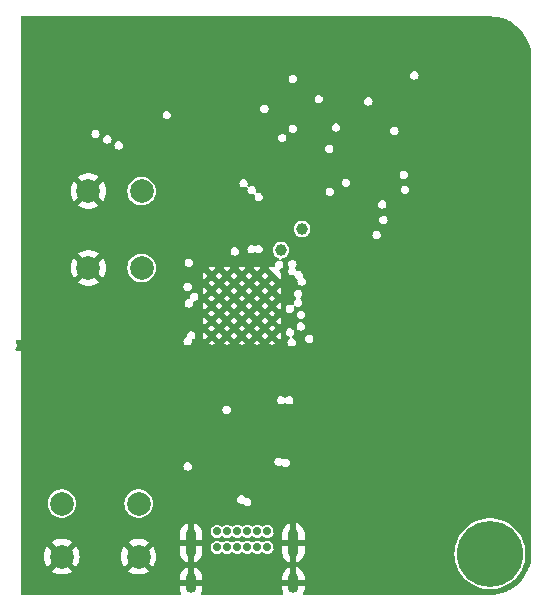
<source format=gbr>
%TF.GenerationSoftware,KiCad,Pcbnew,8.0.7*%
%TF.CreationDate,2025-02-03T23:56:31+13:00*%
%TF.ProjectId,Housens-L,486f7573-656e-4732-9d4c-2e6b69636164,002*%
%TF.SameCoordinates,Original*%
%TF.FileFunction,Copper,L3,Inr*%
%TF.FilePolarity,Positive*%
%FSLAX46Y46*%
G04 Gerber Fmt 4.6, Leading zero omitted, Abs format (unit mm)*
G04 Created by KiCad (PCBNEW 8.0.7) date 2025-02-03 23:56:31*
%MOMM*%
%LPD*%
G01*
G04 APERTURE LIST*
%TA.AperFunction,ComponentPad*%
%ADD10C,5.600000*%
%TD*%
%TA.AperFunction,HeatsinkPad*%
%ADD11C,0.500000*%
%TD*%
%TA.AperFunction,ComponentPad*%
%ADD12O,0.900000X1.700000*%
%TD*%
%TA.AperFunction,ComponentPad*%
%ADD13O,0.900000X2.400000*%
%TD*%
%TA.AperFunction,ComponentPad*%
%ADD14C,0.700000*%
%TD*%
%TA.AperFunction,ComponentPad*%
%ADD15C,2.000000*%
%TD*%
%TA.AperFunction,ComponentPad*%
%ADD16C,1.000000*%
%TD*%
%TA.AperFunction,ViaPad*%
%ADD17C,0.400000*%
%TD*%
%TA.AperFunction,ViaPad*%
%ADD18C,0.450000*%
%TD*%
%TA.AperFunction,ViaPad*%
%ADD19C,0.500000*%
%TD*%
G04 APERTURE END LIST*
D10*
%TO.N,GND*%
%TO.C,H2*%
X106000000Y-84000000D03*
%TD*%
D11*
%TO.N,GND*%
%TO.C,U4*%
X82450000Y-107550000D03*
X83725000Y-107550000D03*
X85000000Y-107550000D03*
X86275000Y-107550000D03*
X87550000Y-107550000D03*
X82450000Y-106275000D03*
X83725000Y-106275000D03*
X85000000Y-106275000D03*
X86275000Y-106275000D03*
X87550000Y-106275000D03*
X82450000Y-105000000D03*
X83725000Y-105000000D03*
X85000000Y-105000000D03*
X86275000Y-105000000D03*
X87550000Y-105000000D03*
X82450000Y-103725000D03*
X83725000Y-103725000D03*
X85000000Y-103725000D03*
X86275000Y-103725000D03*
X87550000Y-103725000D03*
X82450000Y-102450000D03*
X83725000Y-102450000D03*
X85000000Y-102450000D03*
X86275000Y-102450000D03*
X87550000Y-102450000D03*
%TD*%
D10*
%TO.N,+BATT*%
%TO.C,H3*%
X106000000Y-126000000D03*
%TD*%
D12*
%TO.N,GND*%
%TO.C,J2*%
X89350000Y-128460000D03*
D13*
X89350000Y-125080000D03*
D12*
X80700000Y-128460000D03*
D13*
X80700000Y-125080000D03*
D14*
X82050000Y-125450000D03*
%TO.N,Net-(J2-VBUS-PadA4)*%
X82900000Y-125450000D03*
%TO.N,N/C*%
X83750000Y-125450000D03*
%TO.N,/USB_D_N*%
X84600000Y-125450000D03*
%TO.N,/USB_D_P*%
X85450000Y-125450000D03*
%TO.N,unconnected-(J2-CC2-PadB5)*%
X86300000Y-125450000D03*
%TO.N,Net-(J2-VBUS-PadA4)*%
X87150000Y-125450000D03*
%TO.N,GND*%
X88000000Y-125450000D03*
X88000000Y-124100000D03*
%TO.N,Net-(J2-VBUS-PadA4)*%
X87150000Y-124100000D03*
%TO.N,N/C*%
X86300000Y-124100000D03*
%TO.N,/USB_D_N*%
X85450000Y-124100000D03*
%TO.N,/USB_D_P*%
X84600000Y-124100000D03*
%TO.N,unconnected-(J2-CC1-PadA5)*%
X83750000Y-124100000D03*
%TO.N,Net-(J2-VBUS-PadA4)*%
X82900000Y-124100000D03*
%TO.N,GND*%
X82050000Y-124100000D03*
%TD*%
D15*
%TO.N,/USER_BTN*%
%TO.C,SW2*%
X69750000Y-121750000D03*
X76250000Y-121750000D03*
%TO.N,GND*%
X69750000Y-126250000D03*
X76250000Y-126250000D03*
%TD*%
D16*
%TO.N,Net-(U4-PC15)*%
%TO.C,Y2*%
X90096051Y-98503949D03*
%TO.N,Net-(U4-PC14)*%
X88300000Y-100300000D03*
%TD*%
D15*
%TO.N,Net-(U4-NRST)*%
%TO.C,SW1*%
X76500000Y-101800000D03*
X76500000Y-95300000D03*
%TO.N,GND*%
X72000000Y-101800000D03*
X72000000Y-95300000D03*
%TD*%
D17*
%TO.N,GND*%
X81500000Y-87200000D03*
D18*
X71800000Y-109000000D03*
D19*
X68975000Y-115975000D03*
X74975000Y-91975000D03*
X68975000Y-118975000D03*
D18*
X66700000Y-96177778D03*
D19*
X101975000Y-85975000D03*
D17*
X79900000Y-118000000D03*
D19*
X86975000Y-127975000D03*
D18*
X80183334Y-105500000D03*
D19*
X77975000Y-97975000D03*
D18*
X70958333Y-109000000D03*
D17*
X106000000Y-115900000D03*
D19*
X68975000Y-109975000D03*
X89975000Y-121975000D03*
X77975000Y-103975000D03*
X71975000Y-82975000D03*
X68975000Y-100975000D03*
D18*
X78502778Y-107000000D03*
D17*
X84100000Y-97100000D03*
X106800000Y-115000000D03*
D19*
X68975000Y-82975000D03*
D17*
X85750000Y-110500000D03*
D19*
X107975000Y-100975000D03*
X81000000Y-83000000D03*
X68975000Y-112975000D03*
D17*
X80300000Y-87200000D03*
D18*
X66738889Y-105500000D03*
D19*
X68975000Y-88975000D03*
D17*
X91900000Y-117900000D03*
D19*
X68975000Y-91975000D03*
D18*
X66700000Y-94497222D03*
X76000000Y-109000000D03*
X66750000Y-107300000D03*
X66700000Y-99538889D03*
D19*
X92975000Y-88975000D03*
D18*
X74301389Y-105500000D03*
X66700000Y-103740278D03*
D19*
X78000000Y-83000000D03*
D18*
X75141667Y-105500000D03*
X72638889Y-109000000D03*
D17*
X86850000Y-87450000D03*
D18*
X66700000Y-102059722D03*
D17*
X73000000Y-90900000D03*
X77400000Y-109200000D03*
D18*
X75159722Y-109000000D03*
D19*
X98975000Y-91975000D03*
X71975000Y-91975000D03*
X74975000Y-103975000D03*
D18*
X66700000Y-102900000D03*
D19*
X68975000Y-97975000D03*
X68975000Y-103975000D03*
X83975000Y-94975000D03*
D17*
X83112500Y-113225000D03*
D19*
X71975000Y-103975000D03*
D18*
X66700000Y-97018056D03*
D17*
X84600000Y-96550000D03*
X77400000Y-116500000D03*
D19*
X92975000Y-91975000D03*
X92975000Y-85975000D03*
X77975000Y-124975000D03*
D18*
X79343056Y-107000000D03*
X70940278Y-105500000D03*
D19*
X74975000Y-112975000D03*
D18*
X67579167Y-105500000D03*
D19*
X98975000Y-82975000D03*
D17*
X96500000Y-83900000D03*
D18*
X70119444Y-109000000D03*
D17*
X77400000Y-111150000D03*
D19*
X71975000Y-127975000D03*
X68975000Y-94975000D03*
D18*
X69279167Y-109000000D03*
D19*
X80975000Y-88975000D03*
X71975000Y-118975000D03*
D17*
X88119930Y-117419930D03*
D19*
X83975000Y-127975000D03*
D17*
X93300000Y-118200000D03*
D19*
X104975000Y-91975000D03*
D18*
X77662500Y-105500000D03*
X77200000Y-107600000D03*
X66700000Y-95337500D03*
X80183334Y-107000000D03*
X68419445Y-105500000D03*
D19*
X89975000Y-82975000D03*
X77975000Y-88975000D03*
D17*
X73890791Y-91470816D03*
D19*
X71975000Y-97975000D03*
X75000000Y-83000000D03*
D18*
X79343056Y-105500000D03*
D19*
X107975000Y-103975000D03*
X86975000Y-121975000D03*
X101975000Y-91975000D03*
D17*
X77400000Y-112850000D03*
D18*
X72620834Y-105500000D03*
D17*
X89500000Y-113650000D03*
D19*
X71975000Y-115975000D03*
D18*
X66700000Y-101219445D03*
D17*
X87075000Y-111625000D03*
D18*
X66700000Y-104580556D03*
D17*
X98975000Y-85975000D03*
D19*
X71975000Y-109975000D03*
D18*
X71780556Y-105500000D03*
D19*
X92975000Y-82975000D03*
D17*
X92000000Y-87850000D03*
D18*
X67598611Y-109000000D03*
D19*
X74975000Y-118975000D03*
D18*
X70100000Y-105500000D03*
X66750000Y-108140278D03*
D17*
X77400000Y-114550000D03*
D19*
X107975000Y-91975000D03*
D18*
X66700000Y-98698611D03*
D19*
X92975000Y-94975000D03*
X107975000Y-94975000D03*
D18*
X66700000Y-100379167D03*
D17*
X104500000Y-118300000D03*
D19*
X107975000Y-97975000D03*
D17*
X88100000Y-112450000D03*
D18*
X76600000Y-108250000D03*
X69259723Y-105500000D03*
X66758333Y-109000000D03*
D19*
X74975000Y-115975000D03*
X71975000Y-124975000D03*
X101975000Y-82975000D03*
D18*
X66700000Y-97858333D03*
D17*
X80368008Y-104104095D03*
X83593199Y-96550000D03*
X96500000Y-87700000D03*
D18*
X77662500Y-107000000D03*
X76822223Y-105500000D03*
D19*
X71975000Y-112975000D03*
X89975000Y-85975000D03*
D18*
X68438889Y-109000000D03*
D19*
X74975000Y-97975000D03*
D17*
X91950000Y-119700000D03*
X98600000Y-90000000D03*
D18*
X75981945Y-105500000D03*
D19*
X68975000Y-127975000D03*
X90100000Y-91200000D03*
D17*
X84700000Y-120200000D03*
D19*
X107975000Y-88975000D03*
X86900000Y-88975000D03*
X80975000Y-91975000D03*
D17*
X104300000Y-117000000D03*
D19*
X101975000Y-88975000D03*
D17*
X92900000Y-96592894D03*
D18*
X73479167Y-109000000D03*
D19*
X104975000Y-88975000D03*
D18*
X73461112Y-105500000D03*
D17*
X92200000Y-111625000D03*
X89300000Y-100100000D03*
D19*
X74975000Y-127975000D03*
X77975000Y-127975000D03*
D17*
X88507332Y-91390325D03*
X90576777Y-119083885D03*
X96500000Y-85500000D03*
D19*
X77975000Y-85975000D03*
X68974152Y-85971317D03*
D18*
X78502778Y-105500000D03*
D19*
X74975000Y-109975000D03*
D18*
X74319444Y-109000000D03*
D19*
X90100000Y-94900000D03*
X89975000Y-88975000D03*
D17*
X89487503Y-118000000D03*
%TD*%
%TA.AperFunction,Conductor*%
%TO.N,GND*%
G36*
X106003032Y-80500648D02*
G01*
X106336929Y-80517052D01*
X106349037Y-80518245D01*
X106452146Y-80533539D01*
X106676699Y-80566849D01*
X106688617Y-80569219D01*
X107009951Y-80649709D01*
X107021588Y-80653240D01*
X107092806Y-80678722D01*
X107333467Y-80764832D01*
X107344688Y-80769479D01*
X107644163Y-80911120D01*
X107654871Y-80916844D01*
X107938988Y-81087137D01*
X107949106Y-81093897D01*
X108215170Y-81291224D01*
X108224576Y-81298944D01*
X108470013Y-81521395D01*
X108478604Y-81529986D01*
X108665755Y-81736475D01*
X108701055Y-81775423D01*
X108708775Y-81784829D01*
X108906102Y-82050893D01*
X108912862Y-82061011D01*
X109041776Y-82276092D01*
X109083148Y-82345116D01*
X109088885Y-82355848D01*
X109230514Y-82655297D01*
X109235170Y-82666540D01*
X109346759Y-82978411D01*
X109350292Y-82990055D01*
X109430777Y-83311369D01*
X109433151Y-83323305D01*
X109481754Y-83650962D01*
X109482947Y-83663071D01*
X109499351Y-83996966D01*
X109499500Y-84003051D01*
X109499500Y-125996948D01*
X109499351Y-126003033D01*
X109482947Y-126336928D01*
X109481754Y-126349037D01*
X109433151Y-126676694D01*
X109430777Y-126688630D01*
X109350292Y-127009944D01*
X109346759Y-127021588D01*
X109235170Y-127333459D01*
X109230514Y-127344702D01*
X109088885Y-127644151D01*
X109083148Y-127654883D01*
X108912862Y-127938988D01*
X108906102Y-127949106D01*
X108708775Y-128215170D01*
X108701055Y-128224576D01*
X108478611Y-128470006D01*
X108470006Y-128478611D01*
X108224576Y-128701055D01*
X108215170Y-128708775D01*
X107949106Y-128906102D01*
X107938988Y-128912862D01*
X107654883Y-129083148D01*
X107644151Y-129088885D01*
X107344702Y-129230514D01*
X107333459Y-129235170D01*
X107021588Y-129346759D01*
X107009944Y-129350292D01*
X106688630Y-129430777D01*
X106676694Y-129433151D01*
X106349037Y-129481754D01*
X106336928Y-129482947D01*
X106021989Y-129498419D01*
X106003031Y-129499351D01*
X105996949Y-129499500D01*
X90297243Y-129499500D01*
X90230204Y-129479815D01*
X90184449Y-129427011D01*
X90174505Y-129357853D01*
X90190485Y-129316159D01*
X90189006Y-129315369D01*
X90191880Y-129309991D01*
X90263491Y-129137105D01*
X90263493Y-129137097D01*
X90299999Y-128953571D01*
X90300000Y-128953569D01*
X90300000Y-128710000D01*
X89650000Y-128710000D01*
X89650000Y-128210000D01*
X90300000Y-128210000D01*
X90300000Y-127966430D01*
X90299999Y-127966428D01*
X90263493Y-127782902D01*
X90263491Y-127782894D01*
X90191880Y-127610008D01*
X90191875Y-127609999D01*
X90087913Y-127454410D01*
X90087910Y-127454406D01*
X89955593Y-127322089D01*
X89955589Y-127322086D01*
X89800000Y-127218124D01*
X89799991Y-127218119D01*
X89627103Y-127146507D01*
X89627100Y-127146506D01*
X89600000Y-127141115D01*
X89600000Y-127893011D01*
X89590060Y-127875795D01*
X89534205Y-127819940D01*
X89465796Y-127780444D01*
X89389496Y-127760000D01*
X89310504Y-127760000D01*
X89234204Y-127780444D01*
X89165795Y-127819940D01*
X89109940Y-127875795D01*
X89100000Y-127893011D01*
X89100000Y-127141116D01*
X89099999Y-127141115D01*
X89072899Y-127146506D01*
X89072896Y-127146507D01*
X88900008Y-127218119D01*
X88899999Y-127218124D01*
X88744410Y-127322086D01*
X88744406Y-127322089D01*
X88612089Y-127454406D01*
X88612086Y-127454410D01*
X88508124Y-127609999D01*
X88508119Y-127610008D01*
X88436508Y-127782894D01*
X88436506Y-127782902D01*
X88400000Y-127966428D01*
X88400000Y-128210000D01*
X89050000Y-128210000D01*
X89050000Y-128710000D01*
X88400000Y-128710000D01*
X88400000Y-128953571D01*
X88436506Y-129137097D01*
X88436508Y-129137105D01*
X88508119Y-129309991D01*
X88510994Y-129315369D01*
X88508940Y-129316466D01*
X88526737Y-129373263D01*
X88508265Y-129440647D01*
X88456295Y-129487347D01*
X88402757Y-129499500D01*
X81647243Y-129499500D01*
X81580204Y-129479815D01*
X81534449Y-129427011D01*
X81524505Y-129357853D01*
X81540485Y-129316159D01*
X81539006Y-129315369D01*
X81541880Y-129309991D01*
X81613491Y-129137105D01*
X81613493Y-129137097D01*
X81649999Y-128953571D01*
X81650000Y-128953569D01*
X81650000Y-128710000D01*
X81000000Y-128710000D01*
X81000000Y-128210000D01*
X81650000Y-128210000D01*
X81650000Y-127966430D01*
X81649999Y-127966428D01*
X81613493Y-127782902D01*
X81613491Y-127782894D01*
X81541880Y-127610008D01*
X81541875Y-127609999D01*
X81437913Y-127454410D01*
X81437910Y-127454406D01*
X81305593Y-127322089D01*
X81305589Y-127322086D01*
X81150000Y-127218124D01*
X81149991Y-127218119D01*
X80977103Y-127146507D01*
X80977100Y-127146506D01*
X80950000Y-127141115D01*
X80950000Y-127893011D01*
X80940060Y-127875795D01*
X80884205Y-127819940D01*
X80815796Y-127780444D01*
X80739496Y-127760000D01*
X80660504Y-127760000D01*
X80584204Y-127780444D01*
X80515795Y-127819940D01*
X80459940Y-127875795D01*
X80450000Y-127893011D01*
X80450000Y-127141116D01*
X80449999Y-127141115D01*
X80422899Y-127146506D01*
X80422896Y-127146507D01*
X80250008Y-127218119D01*
X80249999Y-127218124D01*
X80094410Y-127322086D01*
X80094406Y-127322089D01*
X79962089Y-127454406D01*
X79962086Y-127454410D01*
X79858124Y-127609999D01*
X79858119Y-127610008D01*
X79786508Y-127782894D01*
X79786506Y-127782902D01*
X79750000Y-127966428D01*
X79750000Y-128210000D01*
X80400000Y-128210000D01*
X80400000Y-128710000D01*
X79750000Y-128710000D01*
X79750000Y-128953571D01*
X79786506Y-129137097D01*
X79786508Y-129137105D01*
X79858119Y-129309991D01*
X79860994Y-129315369D01*
X79858940Y-129316466D01*
X79876737Y-129373263D01*
X79858265Y-129440647D01*
X79806295Y-129487347D01*
X79752757Y-129499500D01*
X66374000Y-129499500D01*
X66306961Y-129479815D01*
X66261206Y-129427011D01*
X66250000Y-129375500D01*
X66250000Y-126249994D01*
X68244859Y-126249994D01*
X68244859Y-126250005D01*
X68265385Y-126497729D01*
X68265387Y-126497738D01*
X68326412Y-126738717D01*
X68426267Y-126966367D01*
X68526562Y-127119881D01*
X69226212Y-126420233D01*
X69237482Y-126462292D01*
X69309890Y-126587708D01*
X69412292Y-126690110D01*
X69537708Y-126762518D01*
X69579766Y-126773787D01*
X68879943Y-127473609D01*
X68926768Y-127510055D01*
X68926771Y-127510057D01*
X69145385Y-127628364D01*
X69145396Y-127628369D01*
X69380506Y-127709083D01*
X69625707Y-127750000D01*
X69874293Y-127750000D01*
X70119493Y-127709083D01*
X70354603Y-127628369D01*
X70354614Y-127628364D01*
X70573230Y-127510056D01*
X70573236Y-127510051D01*
X70620055Y-127473610D01*
X70620056Y-127473609D01*
X69920233Y-126773787D01*
X69962292Y-126762518D01*
X70087708Y-126690110D01*
X70190110Y-126587708D01*
X70262518Y-126462292D01*
X70273787Y-126420233D01*
X70973435Y-127119882D01*
X71073733Y-126966364D01*
X71173587Y-126738717D01*
X71234612Y-126497738D01*
X71234614Y-126497729D01*
X71255141Y-126250005D01*
X71255141Y-126249994D01*
X74744859Y-126249994D01*
X74744859Y-126250005D01*
X74765385Y-126497729D01*
X74765387Y-126497738D01*
X74826412Y-126738717D01*
X74926267Y-126966367D01*
X75026562Y-127119881D01*
X75726212Y-126420233D01*
X75737482Y-126462292D01*
X75809890Y-126587708D01*
X75912292Y-126690110D01*
X76037708Y-126762518D01*
X76079766Y-126773787D01*
X75379943Y-127473609D01*
X75426768Y-127510055D01*
X75426771Y-127510057D01*
X75645385Y-127628364D01*
X75645396Y-127628369D01*
X75880506Y-127709083D01*
X76125707Y-127750000D01*
X76374293Y-127750000D01*
X76619493Y-127709083D01*
X76854603Y-127628369D01*
X76854614Y-127628364D01*
X77073230Y-127510056D01*
X77073236Y-127510051D01*
X77120055Y-127473610D01*
X77120056Y-127473609D01*
X76420233Y-126773787D01*
X76462292Y-126762518D01*
X76587708Y-126690110D01*
X76690110Y-126587708D01*
X76762518Y-126462292D01*
X76773787Y-126420233D01*
X77473435Y-127119882D01*
X77573733Y-126966364D01*
X77673587Y-126738717D01*
X77734612Y-126497738D01*
X77734614Y-126497729D01*
X77755141Y-126250005D01*
X77755141Y-126249994D01*
X77734614Y-126002270D01*
X77734612Y-126002261D01*
X77673587Y-125761282D01*
X77573732Y-125533632D01*
X77473435Y-125380116D01*
X76773787Y-126079765D01*
X76762518Y-126037708D01*
X76690110Y-125912292D01*
X76587708Y-125809890D01*
X76462292Y-125737482D01*
X76420233Y-125726212D01*
X77120055Y-125026389D01*
X77120055Y-125026388D01*
X77073236Y-124989947D01*
X77073231Y-124989944D01*
X76854614Y-124871635D01*
X76854603Y-124871630D01*
X76619493Y-124790916D01*
X76374293Y-124750000D01*
X76125707Y-124750000D01*
X75880506Y-124790916D01*
X75645396Y-124871630D01*
X75645385Y-124871635D01*
X75426770Y-124989943D01*
X75379943Y-125026389D01*
X76079766Y-125726212D01*
X76037708Y-125737482D01*
X75912292Y-125809890D01*
X75809890Y-125912292D01*
X75737482Y-126037708D01*
X75726212Y-126079766D01*
X75026563Y-125380117D01*
X74926267Y-125533633D01*
X74926265Y-125533637D01*
X74826412Y-125761282D01*
X74765387Y-126002261D01*
X74765385Y-126002270D01*
X74744859Y-126249994D01*
X71255141Y-126249994D01*
X71234614Y-126002270D01*
X71234612Y-126002261D01*
X71173587Y-125761282D01*
X71073732Y-125533632D01*
X70973435Y-125380116D01*
X70273787Y-126079765D01*
X70262518Y-126037708D01*
X70190110Y-125912292D01*
X70087708Y-125809890D01*
X69962292Y-125737482D01*
X69920233Y-125726212D01*
X70620055Y-125026389D01*
X70620055Y-125026388D01*
X70573236Y-124989947D01*
X70573231Y-124989944D01*
X70354614Y-124871635D01*
X70354603Y-124871630D01*
X70119493Y-124790916D01*
X69874293Y-124750000D01*
X69625707Y-124750000D01*
X69380506Y-124790916D01*
X69145396Y-124871630D01*
X69145385Y-124871635D01*
X68926770Y-124989943D01*
X68879943Y-125026389D01*
X69579766Y-125726212D01*
X69537708Y-125737482D01*
X69412292Y-125809890D01*
X69309890Y-125912292D01*
X69237482Y-126037708D01*
X69226212Y-126079766D01*
X68526563Y-125380117D01*
X68426267Y-125533633D01*
X68426265Y-125533637D01*
X68326412Y-125761282D01*
X68265387Y-126002261D01*
X68265385Y-126002270D01*
X68244859Y-126249994D01*
X66250000Y-126249994D01*
X66250000Y-124236428D01*
X79750000Y-124236428D01*
X79750000Y-124830000D01*
X80400000Y-124830000D01*
X80400000Y-125330000D01*
X79750000Y-125330000D01*
X79750000Y-125923571D01*
X79786506Y-126107097D01*
X79786508Y-126107105D01*
X79858119Y-126279991D01*
X79858124Y-126280000D01*
X79962086Y-126435589D01*
X79962089Y-126435593D01*
X80094406Y-126567910D01*
X80094410Y-126567913D01*
X80249999Y-126671875D01*
X80250012Y-126671882D01*
X80422889Y-126743489D01*
X80422896Y-126743491D01*
X80450000Y-126748882D01*
X80450000Y-125996988D01*
X80459940Y-126014205D01*
X80515795Y-126070060D01*
X80584204Y-126109556D01*
X80660504Y-126130000D01*
X80739496Y-126130000D01*
X80815796Y-126109556D01*
X80884205Y-126070060D01*
X80940060Y-126014205D01*
X80950000Y-125996988D01*
X80950000Y-126748881D01*
X80977103Y-126743491D01*
X80977110Y-126743489D01*
X81149987Y-126671882D01*
X81150000Y-126671875D01*
X81305589Y-126567913D01*
X81305593Y-126567910D01*
X81437910Y-126435593D01*
X81437913Y-126435589D01*
X81541875Y-126280000D01*
X81541880Y-126279991D01*
X81613491Y-126107105D01*
X81613493Y-126107097D01*
X81649999Y-125923571D01*
X81650000Y-125923569D01*
X81650000Y-125449999D01*
X82344750Y-125449999D01*
X82344750Y-125450000D01*
X82363670Y-125593708D01*
X82363671Y-125593712D01*
X82419137Y-125727622D01*
X82419138Y-125727624D01*
X82419139Y-125727625D01*
X82507379Y-125842621D01*
X82622375Y-125930861D01*
X82756291Y-125986330D01*
X82877297Y-126002261D01*
X82899999Y-126005250D01*
X82900000Y-126005250D01*
X82900001Y-126005250D01*
X82916839Y-126003033D01*
X83043709Y-125986330D01*
X83177625Y-125930861D01*
X83249513Y-125875698D01*
X83314682Y-125850504D01*
X83383127Y-125864542D01*
X83400487Y-125875699D01*
X83472373Y-125930860D01*
X83472374Y-125930860D01*
X83472375Y-125930861D01*
X83606291Y-125986330D01*
X83727297Y-126002261D01*
X83749999Y-126005250D01*
X83750000Y-126005250D01*
X83750001Y-126005250D01*
X83766839Y-126003033D01*
X83893709Y-125986330D01*
X84027625Y-125930861D01*
X84099513Y-125875698D01*
X84164682Y-125850504D01*
X84233127Y-125864542D01*
X84250487Y-125875699D01*
X84322373Y-125930860D01*
X84322374Y-125930860D01*
X84322375Y-125930861D01*
X84456291Y-125986330D01*
X84577297Y-126002261D01*
X84599999Y-126005250D01*
X84600000Y-126005250D01*
X84600001Y-126005250D01*
X84616839Y-126003033D01*
X84743709Y-125986330D01*
X84877625Y-125930861D01*
X84949513Y-125875698D01*
X85014682Y-125850504D01*
X85083127Y-125864542D01*
X85100487Y-125875699D01*
X85172373Y-125930860D01*
X85172374Y-125930860D01*
X85172375Y-125930861D01*
X85306291Y-125986330D01*
X85427297Y-126002261D01*
X85449999Y-126005250D01*
X85450000Y-126005250D01*
X85450001Y-126005250D01*
X85466839Y-126003033D01*
X85593709Y-125986330D01*
X85727625Y-125930861D01*
X85799513Y-125875698D01*
X85864682Y-125850504D01*
X85933127Y-125864542D01*
X85950487Y-125875699D01*
X86022373Y-125930860D01*
X86022374Y-125930860D01*
X86022375Y-125930861D01*
X86156291Y-125986330D01*
X86277297Y-126002261D01*
X86299999Y-126005250D01*
X86300000Y-126005250D01*
X86300001Y-126005250D01*
X86316839Y-126003033D01*
X86443709Y-125986330D01*
X86577625Y-125930861D01*
X86649513Y-125875698D01*
X86714682Y-125850504D01*
X86783127Y-125864542D01*
X86800487Y-125875699D01*
X86872373Y-125930860D01*
X86872374Y-125930860D01*
X86872375Y-125930861D01*
X87006291Y-125986330D01*
X87127297Y-126002261D01*
X87149999Y-126005250D01*
X87150000Y-126005250D01*
X87150001Y-126005250D01*
X87166839Y-126003033D01*
X87293709Y-125986330D01*
X87427625Y-125930861D01*
X87542621Y-125842621D01*
X87630861Y-125727625D01*
X87686330Y-125593709D01*
X87705250Y-125450000D01*
X87686330Y-125306291D01*
X87630861Y-125172375D01*
X87542621Y-125057379D01*
X87427625Y-124969139D01*
X87427624Y-124969138D01*
X87427622Y-124969137D01*
X87293712Y-124913671D01*
X87293710Y-124913670D01*
X87293709Y-124913670D01*
X87174221Y-124897938D01*
X87150283Y-124887348D01*
X87128697Y-124897519D01*
X87125777Y-124897939D01*
X87006291Y-124913670D01*
X87006287Y-124913671D01*
X86872376Y-124969138D01*
X86872374Y-124969139D01*
X86800486Y-125024301D01*
X86735317Y-125049495D01*
X86666872Y-125035456D01*
X86649514Y-125024301D01*
X86577625Y-124969139D01*
X86577623Y-124969138D01*
X86443712Y-124913671D01*
X86443710Y-124913670D01*
X86443709Y-124913670D01*
X86324221Y-124897938D01*
X86300283Y-124887348D01*
X86278697Y-124897519D01*
X86275777Y-124897939D01*
X86156291Y-124913670D01*
X86156287Y-124913671D01*
X86022376Y-124969138D01*
X86022374Y-124969139D01*
X85950486Y-125024301D01*
X85885317Y-125049495D01*
X85816872Y-125035456D01*
X85799514Y-125024301D01*
X85727625Y-124969139D01*
X85727623Y-124969138D01*
X85593712Y-124913671D01*
X85593710Y-124913670D01*
X85593709Y-124913670D01*
X85474221Y-124897938D01*
X85450283Y-124887348D01*
X85428697Y-124897519D01*
X85425777Y-124897939D01*
X85306291Y-124913670D01*
X85306287Y-124913671D01*
X85172376Y-124969138D01*
X85172374Y-124969139D01*
X85100486Y-125024301D01*
X85035317Y-125049495D01*
X84966872Y-125035456D01*
X84949514Y-125024301D01*
X84877625Y-124969139D01*
X84877623Y-124969138D01*
X84743712Y-124913671D01*
X84743710Y-124913670D01*
X84743709Y-124913670D01*
X84624221Y-124897938D01*
X84600283Y-124887348D01*
X84578697Y-124897519D01*
X84575777Y-124897939D01*
X84456291Y-124913670D01*
X84456287Y-124913671D01*
X84322376Y-124969138D01*
X84322374Y-124969139D01*
X84250486Y-125024301D01*
X84185317Y-125049495D01*
X84116872Y-125035456D01*
X84099514Y-125024301D01*
X84027625Y-124969139D01*
X84027623Y-124969138D01*
X83893712Y-124913671D01*
X83893710Y-124913670D01*
X83893709Y-124913670D01*
X83774221Y-124897938D01*
X83750283Y-124887348D01*
X83728697Y-124897519D01*
X83725777Y-124897939D01*
X83606291Y-124913670D01*
X83606287Y-124913671D01*
X83472376Y-124969138D01*
X83472374Y-124969139D01*
X83400486Y-125024301D01*
X83335317Y-125049495D01*
X83266872Y-125035456D01*
X83249514Y-125024301D01*
X83177625Y-124969139D01*
X83177623Y-124969138D01*
X83043712Y-124913671D01*
X83043710Y-124913670D01*
X83043709Y-124913670D01*
X82924221Y-124897938D01*
X82900283Y-124887348D01*
X82878697Y-124897519D01*
X82875777Y-124897939D01*
X82756291Y-124913670D01*
X82756287Y-124913671D01*
X82622377Y-124969137D01*
X82507379Y-125057379D01*
X82419137Y-125172377D01*
X82363671Y-125306287D01*
X82363670Y-125306291D01*
X82344750Y-125449999D01*
X81650000Y-125449999D01*
X81650000Y-125330000D01*
X81000000Y-125330000D01*
X81000000Y-124830000D01*
X81650000Y-124830000D01*
X81650000Y-124236430D01*
X81649999Y-124236428D01*
X81622861Y-124100000D01*
X82344750Y-124100000D01*
X82362711Y-124236428D01*
X82363670Y-124243708D01*
X82363671Y-124243712D01*
X82419137Y-124377622D01*
X82419138Y-124377624D01*
X82419139Y-124377625D01*
X82507379Y-124492621D01*
X82622375Y-124580861D01*
X82756291Y-124636330D01*
X82867167Y-124650927D01*
X82875777Y-124652061D01*
X82899715Y-124662651D01*
X82921302Y-124652481D01*
X82924222Y-124652061D01*
X82931491Y-124651104D01*
X83043709Y-124636330D01*
X83177625Y-124580861D01*
X83249513Y-124525698D01*
X83314682Y-124500504D01*
X83383127Y-124514542D01*
X83400487Y-124525699D01*
X83472373Y-124580860D01*
X83472374Y-124580860D01*
X83472375Y-124580861D01*
X83606291Y-124636330D01*
X83717167Y-124650927D01*
X83725777Y-124652061D01*
X83749715Y-124662651D01*
X83771302Y-124652481D01*
X83774222Y-124652061D01*
X83781491Y-124651104D01*
X83893709Y-124636330D01*
X84027625Y-124580861D01*
X84099513Y-124525698D01*
X84164682Y-124500504D01*
X84233127Y-124514542D01*
X84250487Y-124525699D01*
X84322373Y-124580860D01*
X84322374Y-124580860D01*
X84322375Y-124580861D01*
X84456291Y-124636330D01*
X84567167Y-124650927D01*
X84575777Y-124652061D01*
X84599715Y-124662651D01*
X84621302Y-124652481D01*
X84624222Y-124652061D01*
X84631491Y-124651104D01*
X84743709Y-124636330D01*
X84877625Y-124580861D01*
X84949513Y-124525698D01*
X85014682Y-124500504D01*
X85083127Y-124514542D01*
X85100487Y-124525699D01*
X85172373Y-124580860D01*
X85172374Y-124580860D01*
X85172375Y-124580861D01*
X85306291Y-124636330D01*
X85417167Y-124650927D01*
X85425777Y-124652061D01*
X85449715Y-124662651D01*
X85471302Y-124652481D01*
X85474222Y-124652061D01*
X85481491Y-124651104D01*
X85593709Y-124636330D01*
X85727625Y-124580861D01*
X85799513Y-124525698D01*
X85864682Y-124500504D01*
X85933127Y-124514542D01*
X85950487Y-124525699D01*
X86022373Y-124580860D01*
X86022374Y-124580860D01*
X86022375Y-124580861D01*
X86156291Y-124636330D01*
X86267167Y-124650927D01*
X86275777Y-124652061D01*
X86299715Y-124662651D01*
X86321302Y-124652481D01*
X86324222Y-124652061D01*
X86331491Y-124651104D01*
X86443709Y-124636330D01*
X86577625Y-124580861D01*
X86649513Y-124525698D01*
X86714682Y-124500504D01*
X86783127Y-124514542D01*
X86800487Y-124525699D01*
X86872373Y-124580860D01*
X86872374Y-124580860D01*
X86872375Y-124580861D01*
X87006291Y-124636330D01*
X87117167Y-124650927D01*
X87125777Y-124652061D01*
X87149715Y-124662651D01*
X87171302Y-124652481D01*
X87174222Y-124652061D01*
X87181491Y-124651104D01*
X87293709Y-124636330D01*
X87427625Y-124580861D01*
X87542621Y-124492621D01*
X87630861Y-124377625D01*
X87686330Y-124243709D01*
X87687289Y-124236428D01*
X88400000Y-124236428D01*
X88400000Y-124830000D01*
X89050000Y-124830000D01*
X89050000Y-125330000D01*
X88400000Y-125330000D01*
X88400000Y-125923571D01*
X88436506Y-126107097D01*
X88436508Y-126107105D01*
X88508119Y-126279991D01*
X88508124Y-126280000D01*
X88612086Y-126435589D01*
X88612089Y-126435593D01*
X88744406Y-126567910D01*
X88744410Y-126567913D01*
X88899999Y-126671875D01*
X88900012Y-126671882D01*
X89072889Y-126743489D01*
X89072896Y-126743491D01*
X89100000Y-126748882D01*
X89100000Y-125996988D01*
X89109940Y-126014205D01*
X89165795Y-126070060D01*
X89234204Y-126109556D01*
X89310504Y-126130000D01*
X89389496Y-126130000D01*
X89465796Y-126109556D01*
X89534205Y-126070060D01*
X89590060Y-126014205D01*
X89600000Y-125996988D01*
X89600000Y-126748881D01*
X89627103Y-126743491D01*
X89627110Y-126743489D01*
X89799987Y-126671882D01*
X89800000Y-126671875D01*
X89955589Y-126567913D01*
X89955593Y-126567910D01*
X90087910Y-126435593D01*
X90087913Y-126435589D01*
X90191875Y-126280000D01*
X90191880Y-126279991D01*
X90263491Y-126107105D01*
X90263493Y-126107097D01*
X90284797Y-125999996D01*
X102994415Y-125999996D01*
X102994415Y-126000003D01*
X103014738Y-126348927D01*
X103014739Y-126348938D01*
X103075428Y-126693127D01*
X103075430Y-126693134D01*
X103175674Y-127027972D01*
X103314107Y-127348895D01*
X103314113Y-127348908D01*
X103488870Y-127651597D01*
X103697584Y-127931949D01*
X103697589Y-127931955D01*
X103821463Y-128063253D01*
X103937442Y-128186183D01*
X104113903Y-128334251D01*
X104205186Y-128410847D01*
X104205194Y-128410853D01*
X104497203Y-128602911D01*
X104497207Y-128602913D01*
X104809549Y-128759777D01*
X105137989Y-128879319D01*
X105478086Y-128959923D01*
X105825241Y-129000500D01*
X105825248Y-129000500D01*
X106174752Y-129000500D01*
X106174759Y-129000500D01*
X106521914Y-128959923D01*
X106862011Y-128879319D01*
X107190451Y-128759777D01*
X107502793Y-128602913D01*
X107698004Y-128474520D01*
X107794805Y-128410853D01*
X107794805Y-128410852D01*
X107794811Y-128410849D01*
X108062558Y-128186183D01*
X108302412Y-127931953D01*
X108511130Y-127651596D01*
X108685889Y-127348904D01*
X108824326Y-127027971D01*
X108924569Y-126693136D01*
X108927469Y-126676694D01*
X108985260Y-126348938D01*
X108985259Y-126348938D01*
X108985262Y-126348927D01*
X109005279Y-126005250D01*
X109005585Y-126000003D01*
X109005585Y-125999996D01*
X109001133Y-125923569D01*
X108985262Y-125651073D01*
X108964555Y-125533637D01*
X108924571Y-125306872D01*
X108924569Y-125306865D01*
X108884306Y-125172377D01*
X108824326Y-124972029D01*
X108685889Y-124651096D01*
X108511130Y-124348404D01*
X108511129Y-124348402D01*
X108302415Y-124068050D01*
X108302410Y-124068044D01*
X108125006Y-123880008D01*
X108062558Y-123813817D01*
X107896289Y-123674301D01*
X107794813Y-123589152D01*
X107794805Y-123589146D01*
X107502796Y-123397088D01*
X107190458Y-123240226D01*
X107190452Y-123240223D01*
X106862012Y-123120681D01*
X106862009Y-123120680D01*
X106521915Y-123040077D01*
X106478519Y-123035004D01*
X106174759Y-122999500D01*
X105825241Y-122999500D01*
X105521480Y-123035004D01*
X105478085Y-123040077D01*
X105478083Y-123040077D01*
X105137990Y-123120680D01*
X105137987Y-123120681D01*
X104809547Y-123240223D01*
X104809541Y-123240226D01*
X104497203Y-123397088D01*
X104205194Y-123589146D01*
X104205186Y-123589152D01*
X103937442Y-123813817D01*
X103937440Y-123813819D01*
X103697589Y-124068044D01*
X103697584Y-124068050D01*
X103488870Y-124348402D01*
X103314113Y-124651091D01*
X103314107Y-124651104D01*
X103175674Y-124972027D01*
X103075430Y-125306865D01*
X103075428Y-125306872D01*
X103014739Y-125651061D01*
X103014738Y-125651072D01*
X102994415Y-125999996D01*
X90284797Y-125999996D01*
X90299999Y-125923571D01*
X90300000Y-125923569D01*
X90300000Y-125330000D01*
X89650000Y-125330000D01*
X89650000Y-124830000D01*
X90300000Y-124830000D01*
X90300000Y-124236430D01*
X90299999Y-124236428D01*
X90263493Y-124052902D01*
X90263491Y-124052894D01*
X90191880Y-123880008D01*
X90191875Y-123879999D01*
X90087913Y-123724410D01*
X90087910Y-123724406D01*
X89955593Y-123592089D01*
X89955589Y-123592086D01*
X89800000Y-123488124D01*
X89799991Y-123488119D01*
X89627103Y-123416507D01*
X89627100Y-123416506D01*
X89600000Y-123411115D01*
X89600000Y-124163011D01*
X89590060Y-124145795D01*
X89534205Y-124089940D01*
X89465796Y-124050444D01*
X89389496Y-124030000D01*
X89310504Y-124030000D01*
X89234204Y-124050444D01*
X89165795Y-124089940D01*
X89109940Y-124145795D01*
X89100000Y-124163011D01*
X89100000Y-123411116D01*
X89099999Y-123411115D01*
X89072899Y-123416506D01*
X89072896Y-123416507D01*
X88900008Y-123488119D01*
X88899999Y-123488124D01*
X88744410Y-123592086D01*
X88744406Y-123592089D01*
X88612089Y-123724406D01*
X88612086Y-123724410D01*
X88508124Y-123879999D01*
X88508119Y-123880008D01*
X88436508Y-124052894D01*
X88436506Y-124052902D01*
X88400000Y-124236428D01*
X87687289Y-124236428D01*
X87705250Y-124100000D01*
X87686330Y-123956291D01*
X87630861Y-123822375D01*
X87542621Y-123707379D01*
X87427625Y-123619139D01*
X87427624Y-123619138D01*
X87427622Y-123619137D01*
X87293712Y-123563671D01*
X87293710Y-123563670D01*
X87293709Y-123563670D01*
X87221854Y-123554210D01*
X87150001Y-123544750D01*
X87149999Y-123544750D01*
X87006291Y-123563670D01*
X87006287Y-123563671D01*
X86872376Y-123619138D01*
X86872374Y-123619139D01*
X86800486Y-123674301D01*
X86735317Y-123699495D01*
X86666872Y-123685456D01*
X86649514Y-123674301D01*
X86577625Y-123619139D01*
X86577623Y-123619138D01*
X86443712Y-123563671D01*
X86443710Y-123563670D01*
X86443709Y-123563670D01*
X86371854Y-123554210D01*
X86300001Y-123544750D01*
X86299999Y-123544750D01*
X86156291Y-123563670D01*
X86156287Y-123563671D01*
X86022376Y-123619138D01*
X86022374Y-123619139D01*
X85950486Y-123674301D01*
X85885317Y-123699495D01*
X85816872Y-123685456D01*
X85799514Y-123674301D01*
X85727625Y-123619139D01*
X85727623Y-123619138D01*
X85593712Y-123563671D01*
X85593710Y-123563670D01*
X85593709Y-123563670D01*
X85521854Y-123554210D01*
X85450001Y-123544750D01*
X85449999Y-123544750D01*
X85306291Y-123563670D01*
X85306287Y-123563671D01*
X85172376Y-123619138D01*
X85172374Y-123619139D01*
X85100486Y-123674301D01*
X85035317Y-123699495D01*
X84966872Y-123685456D01*
X84949514Y-123674301D01*
X84877625Y-123619139D01*
X84877623Y-123619138D01*
X84743712Y-123563671D01*
X84743710Y-123563670D01*
X84743709Y-123563670D01*
X84671854Y-123554210D01*
X84600001Y-123544750D01*
X84599999Y-123544750D01*
X84456291Y-123563670D01*
X84456287Y-123563671D01*
X84322376Y-123619138D01*
X84322374Y-123619139D01*
X84250486Y-123674301D01*
X84185317Y-123699495D01*
X84116872Y-123685456D01*
X84099514Y-123674301D01*
X84027625Y-123619139D01*
X84027623Y-123619138D01*
X83893712Y-123563671D01*
X83893710Y-123563670D01*
X83893709Y-123563670D01*
X83821854Y-123554210D01*
X83750001Y-123544750D01*
X83749999Y-123544750D01*
X83606291Y-123563670D01*
X83606287Y-123563671D01*
X83472376Y-123619138D01*
X83472374Y-123619139D01*
X83400486Y-123674301D01*
X83335317Y-123699495D01*
X83266872Y-123685456D01*
X83249514Y-123674301D01*
X83177625Y-123619139D01*
X83177623Y-123619138D01*
X83043712Y-123563671D01*
X83043710Y-123563670D01*
X83043709Y-123563670D01*
X82971854Y-123554210D01*
X82900001Y-123544750D01*
X82899999Y-123544750D01*
X82756291Y-123563670D01*
X82756287Y-123563671D01*
X82622377Y-123619137D01*
X82507379Y-123707379D01*
X82419137Y-123822377D01*
X82363671Y-123956287D01*
X82363670Y-123956291D01*
X82344750Y-124100000D01*
X81622861Y-124100000D01*
X81613493Y-124052902D01*
X81613491Y-124052894D01*
X81541880Y-123880008D01*
X81541875Y-123879999D01*
X81437913Y-123724410D01*
X81437910Y-123724406D01*
X81305593Y-123592089D01*
X81305589Y-123592086D01*
X81150000Y-123488124D01*
X81149991Y-123488119D01*
X80977103Y-123416507D01*
X80977100Y-123416506D01*
X80950000Y-123411115D01*
X80950000Y-124163011D01*
X80940060Y-124145795D01*
X80884205Y-124089940D01*
X80815796Y-124050444D01*
X80739496Y-124030000D01*
X80660504Y-124030000D01*
X80584204Y-124050444D01*
X80515795Y-124089940D01*
X80459940Y-124145795D01*
X80450000Y-124163011D01*
X80450000Y-123411116D01*
X80449999Y-123411115D01*
X80422899Y-123416506D01*
X80422896Y-123416507D01*
X80250008Y-123488119D01*
X80249999Y-123488124D01*
X80094410Y-123592086D01*
X80094406Y-123592089D01*
X79962089Y-123724406D01*
X79962086Y-123724410D01*
X79858124Y-123879999D01*
X79858119Y-123880008D01*
X79786508Y-124052894D01*
X79786506Y-124052902D01*
X79750000Y-124236428D01*
X66250000Y-124236428D01*
X66250000Y-121749999D01*
X68544357Y-121749999D01*
X68544357Y-121750000D01*
X68564884Y-121971535D01*
X68564885Y-121971537D01*
X68625769Y-122185523D01*
X68625775Y-122185538D01*
X68724938Y-122384683D01*
X68724943Y-122384691D01*
X68859020Y-122562238D01*
X69023437Y-122712123D01*
X69023439Y-122712125D01*
X69212595Y-122829245D01*
X69212596Y-122829245D01*
X69212599Y-122829247D01*
X69420060Y-122909618D01*
X69638757Y-122950500D01*
X69638759Y-122950500D01*
X69861241Y-122950500D01*
X69861243Y-122950500D01*
X70079940Y-122909618D01*
X70287401Y-122829247D01*
X70476562Y-122712124D01*
X70640981Y-122562236D01*
X70775058Y-122384689D01*
X70874229Y-122185528D01*
X70935115Y-121971536D01*
X70955643Y-121750000D01*
X70955643Y-121749999D01*
X75044357Y-121749999D01*
X75044357Y-121750000D01*
X75064884Y-121971535D01*
X75064885Y-121971537D01*
X75125769Y-122185523D01*
X75125775Y-122185538D01*
X75224938Y-122384683D01*
X75224943Y-122384691D01*
X75359020Y-122562238D01*
X75523437Y-122712123D01*
X75523439Y-122712125D01*
X75712595Y-122829245D01*
X75712596Y-122829245D01*
X75712599Y-122829247D01*
X75920060Y-122909618D01*
X76138757Y-122950500D01*
X76138759Y-122950500D01*
X76361241Y-122950500D01*
X76361243Y-122950500D01*
X76579940Y-122909618D01*
X76787401Y-122829247D01*
X76976562Y-122712124D01*
X77140981Y-122562236D01*
X77275058Y-122384689D01*
X77374229Y-122185528D01*
X77435115Y-121971536D01*
X77455643Y-121750000D01*
X77435115Y-121528464D01*
X77398563Y-121399997D01*
X84595131Y-121399997D01*
X84595131Y-121400002D01*
X84612498Y-121509658D01*
X84662904Y-121608585D01*
X84662909Y-121608592D01*
X84741407Y-121687090D01*
X84741410Y-121687092D01*
X84741413Y-121687095D01*
X84831576Y-121733035D01*
X84840341Y-121737501D01*
X84949998Y-121754869D01*
X84950000Y-121754869D01*
X84950002Y-121754869D01*
X85024081Y-121743136D01*
X85093374Y-121752091D01*
X85146826Y-121797087D01*
X85153958Y-121809304D01*
X85165503Y-121831962D01*
X85165505Y-121831965D01*
X85165508Y-121831969D01*
X85244006Y-121910467D01*
X85244009Y-121910469D01*
X85244012Y-121910472D01*
X85342938Y-121960877D01*
X85342940Y-121960878D01*
X85452597Y-121978246D01*
X85452599Y-121978246D01*
X85452601Y-121978246D01*
X85562257Y-121960878D01*
X85562258Y-121960877D01*
X85562260Y-121960877D01*
X85661186Y-121910472D01*
X85739694Y-121831964D01*
X85790099Y-121733038D01*
X85790099Y-121733036D01*
X85790100Y-121733035D01*
X85807468Y-121623379D01*
X85807468Y-121623374D01*
X85790100Y-121513718D01*
X85788031Y-121509658D01*
X85739694Y-121414790D01*
X85739691Y-121414787D01*
X85739689Y-121414784D01*
X85661191Y-121336286D01*
X85661187Y-121336283D01*
X85661186Y-121336282D01*
X85618389Y-121314476D01*
X85562257Y-121285875D01*
X85452601Y-121268508D01*
X85452597Y-121268508D01*
X85378518Y-121280241D01*
X85309225Y-121271286D01*
X85255773Y-121226290D01*
X85248640Y-121214072D01*
X85237095Y-121191413D01*
X85237093Y-121191411D01*
X85237090Y-121191407D01*
X85158592Y-121112909D01*
X85158588Y-121112906D01*
X85158587Y-121112905D01*
X85154743Y-121110946D01*
X85059658Y-121062498D01*
X84950002Y-121045131D01*
X84949998Y-121045131D01*
X84840341Y-121062498D01*
X84741414Y-121112904D01*
X84741407Y-121112909D01*
X84662909Y-121191407D01*
X84662904Y-121191414D01*
X84612498Y-121290341D01*
X84595131Y-121399997D01*
X77398563Y-121399997D01*
X77374229Y-121314472D01*
X77373171Y-121312347D01*
X77275061Y-121115316D01*
X77275056Y-121115308D01*
X77140979Y-120937761D01*
X76976562Y-120787876D01*
X76976560Y-120787874D01*
X76787404Y-120670754D01*
X76787398Y-120670752D01*
X76579940Y-120590382D01*
X76361243Y-120549500D01*
X76138757Y-120549500D01*
X75920060Y-120590382D01*
X75788864Y-120641207D01*
X75712601Y-120670752D01*
X75712595Y-120670754D01*
X75523439Y-120787874D01*
X75523437Y-120787876D01*
X75359020Y-120937761D01*
X75224943Y-121115308D01*
X75224938Y-121115316D01*
X75125775Y-121314461D01*
X75125769Y-121314476D01*
X75064885Y-121528462D01*
X75064884Y-121528464D01*
X75044357Y-121749999D01*
X70955643Y-121749999D01*
X70935115Y-121528464D01*
X70874229Y-121314472D01*
X70873171Y-121312347D01*
X70775061Y-121115316D01*
X70775056Y-121115308D01*
X70640979Y-120937761D01*
X70476562Y-120787876D01*
X70476560Y-120787874D01*
X70287404Y-120670754D01*
X70287398Y-120670752D01*
X70079940Y-120590382D01*
X69861243Y-120549500D01*
X69638757Y-120549500D01*
X69420060Y-120590382D01*
X69288864Y-120641207D01*
X69212601Y-120670752D01*
X69212595Y-120670754D01*
X69023439Y-120787874D01*
X69023437Y-120787876D01*
X68859020Y-120937761D01*
X68724943Y-121115308D01*
X68724938Y-121115316D01*
X68625775Y-121314461D01*
X68625769Y-121314476D01*
X68564885Y-121528462D01*
X68564884Y-121528464D01*
X68544357Y-121749999D01*
X66250000Y-121749999D01*
X66250000Y-118599997D01*
X80045131Y-118599997D01*
X80045131Y-118600002D01*
X80062498Y-118709658D01*
X80112904Y-118808585D01*
X80112909Y-118808592D01*
X80191407Y-118887090D01*
X80191410Y-118887092D01*
X80191413Y-118887095D01*
X80290339Y-118937500D01*
X80290341Y-118937501D01*
X80399998Y-118954869D01*
X80400000Y-118954869D01*
X80400002Y-118954869D01*
X80509658Y-118937501D01*
X80509659Y-118937500D01*
X80509661Y-118937500D01*
X80608587Y-118887095D01*
X80687095Y-118808587D01*
X80737500Y-118709661D01*
X80737500Y-118709659D01*
X80737501Y-118709658D01*
X80754869Y-118600002D01*
X80754869Y-118599997D01*
X80737501Y-118490341D01*
X80735845Y-118487090D01*
X80687095Y-118391413D01*
X80687092Y-118391410D01*
X80687090Y-118391407D01*
X80608592Y-118312909D01*
X80608588Y-118312906D01*
X80608587Y-118312905D01*
X80583263Y-118300002D01*
X80509658Y-118262498D01*
X80400002Y-118245131D01*
X80399998Y-118245131D01*
X80290341Y-118262498D01*
X80191414Y-118312904D01*
X80191407Y-118312909D01*
X80112909Y-118391407D01*
X80112904Y-118391414D01*
X80062498Y-118490341D01*
X80045131Y-118599997D01*
X66250000Y-118599997D01*
X66250000Y-118199997D01*
X87745131Y-118199997D01*
X87745131Y-118200002D01*
X87762498Y-118309658D01*
X87812904Y-118408585D01*
X87812909Y-118408592D01*
X87891407Y-118487090D01*
X87891410Y-118487092D01*
X87891413Y-118487095D01*
X87961569Y-118522841D01*
X87990341Y-118537501D01*
X88099998Y-118554869D01*
X88100000Y-118554869D01*
X88100002Y-118554869D01*
X88209657Y-118537501D01*
X88209658Y-118537500D01*
X88209661Y-118537500D01*
X88283186Y-118500037D01*
X88351851Y-118487141D01*
X88416592Y-118513417D01*
X88427150Y-118522832D01*
X88491413Y-118587095D01*
X88516741Y-118600000D01*
X88590341Y-118637501D01*
X88699998Y-118654869D01*
X88700000Y-118654869D01*
X88700002Y-118654869D01*
X88809658Y-118637501D01*
X88809659Y-118637500D01*
X88809661Y-118637500D01*
X88908587Y-118587095D01*
X88987095Y-118508587D01*
X89037500Y-118409661D01*
X89037500Y-118409659D01*
X89037501Y-118409658D01*
X89054869Y-118300002D01*
X89054869Y-118299997D01*
X89037501Y-118190341D01*
X89037500Y-118190339D01*
X88987095Y-118091413D01*
X88987092Y-118091410D01*
X88987090Y-118091407D01*
X88908592Y-118012909D01*
X88908588Y-118012906D01*
X88908587Y-118012905D01*
X88883185Y-117999962D01*
X88809658Y-117962498D01*
X88700002Y-117945131D01*
X88699998Y-117945131D01*
X88590341Y-117962498D01*
X88516812Y-117999962D01*
X88448143Y-118012857D01*
X88383403Y-117986579D01*
X88372847Y-117977165D01*
X88308587Y-117912905D01*
X88304743Y-117910946D01*
X88209658Y-117862498D01*
X88100002Y-117845131D01*
X88099998Y-117845131D01*
X87990341Y-117862498D01*
X87891414Y-117912904D01*
X87891407Y-117912909D01*
X87812909Y-117991407D01*
X87812904Y-117991414D01*
X87762498Y-118090341D01*
X87745131Y-118199997D01*
X66250000Y-118199997D01*
X66250000Y-113799997D01*
X83345131Y-113799997D01*
X83345131Y-113800002D01*
X83362498Y-113909658D01*
X83412904Y-114008585D01*
X83412909Y-114008592D01*
X83491407Y-114087090D01*
X83491410Y-114087092D01*
X83491413Y-114087095D01*
X83590339Y-114137500D01*
X83590341Y-114137501D01*
X83699998Y-114154869D01*
X83700000Y-114154869D01*
X83700002Y-114154869D01*
X83809658Y-114137501D01*
X83809659Y-114137500D01*
X83809661Y-114137500D01*
X83908587Y-114087095D01*
X83987095Y-114008587D01*
X84037500Y-113909661D01*
X84037500Y-113909659D01*
X84037501Y-113909658D01*
X84054869Y-113800002D01*
X84054869Y-113799997D01*
X84037501Y-113690341D01*
X84037500Y-113690339D01*
X83987095Y-113591413D01*
X83987092Y-113591410D01*
X83987090Y-113591407D01*
X83908592Y-113512909D01*
X83908588Y-113512906D01*
X83908587Y-113512905D01*
X83904743Y-113510946D01*
X83809658Y-113462498D01*
X83700002Y-113445131D01*
X83699998Y-113445131D01*
X83590341Y-113462498D01*
X83491414Y-113512904D01*
X83491407Y-113512909D01*
X83412909Y-113591407D01*
X83412904Y-113591414D01*
X83362498Y-113690341D01*
X83345131Y-113799997D01*
X66250000Y-113799997D01*
X66250000Y-112999997D01*
X87945128Y-112999997D01*
X87945128Y-113000002D01*
X87962495Y-113109658D01*
X88012901Y-113208585D01*
X88012906Y-113208592D01*
X88091404Y-113287090D01*
X88091407Y-113287092D01*
X88091410Y-113287095D01*
X88190336Y-113337500D01*
X88190338Y-113337501D01*
X88299995Y-113354869D01*
X88299997Y-113354869D01*
X88299999Y-113354869D01*
X88409655Y-113337501D01*
X88409656Y-113337500D01*
X88409658Y-113337500D01*
X88508584Y-113287095D01*
X88562318Y-113233360D01*
X88623639Y-113199877D01*
X88693331Y-113204861D01*
X88737679Y-113233362D01*
X88791407Y-113287090D01*
X88791410Y-113287092D01*
X88791413Y-113287095D01*
X88890339Y-113337500D01*
X88890341Y-113337501D01*
X88999998Y-113354869D01*
X89000000Y-113354869D01*
X89000002Y-113354869D01*
X89109658Y-113337501D01*
X89109659Y-113337500D01*
X89109661Y-113337500D01*
X89208587Y-113287095D01*
X89287095Y-113208587D01*
X89337500Y-113109661D01*
X89337500Y-113109659D01*
X89337501Y-113109658D01*
X89354869Y-113000002D01*
X89354869Y-112999997D01*
X89337501Y-112890341D01*
X89288992Y-112795137D01*
X89287095Y-112791413D01*
X89287092Y-112791410D01*
X89287090Y-112791407D01*
X89208592Y-112712909D01*
X89208588Y-112712906D01*
X89208587Y-112712905D01*
X89204743Y-112710946D01*
X89109658Y-112662498D01*
X89000002Y-112645131D01*
X88999998Y-112645131D01*
X88890341Y-112662498D01*
X88791414Y-112712904D01*
X88791410Y-112712906D01*
X88737679Y-112766638D01*
X88676355Y-112800122D01*
X88606663Y-112795137D01*
X88562317Y-112766637D01*
X88508589Y-112712909D01*
X88508585Y-112712906D01*
X88508584Y-112712905D01*
X88504740Y-112710946D01*
X88409655Y-112662498D01*
X88299999Y-112645131D01*
X88299995Y-112645131D01*
X88190338Y-112662498D01*
X88091411Y-112712904D01*
X88091404Y-112712909D01*
X88012906Y-112791407D01*
X88012901Y-112791414D01*
X87962495Y-112890341D01*
X87945128Y-112999997D01*
X66250000Y-112999997D01*
X66250000Y-108800000D01*
X66400000Y-108800000D01*
X66400000Y-107999997D01*
X80045131Y-107999997D01*
X80045131Y-108000002D01*
X80062498Y-108109658D01*
X80112904Y-108208585D01*
X80112909Y-108208592D01*
X80191407Y-108287090D01*
X80191410Y-108287092D01*
X80191413Y-108287095D01*
X80233590Y-108308585D01*
X80290341Y-108337501D01*
X80399998Y-108354869D01*
X80400000Y-108354869D01*
X80400002Y-108354869D01*
X80509658Y-108337501D01*
X80509659Y-108337500D01*
X80509661Y-108337500D01*
X80608587Y-108287095D01*
X80665415Y-108230267D01*
X82123284Y-108230267D01*
X82282053Y-108285823D01*
X82282058Y-108285824D01*
X82449996Y-108304746D01*
X82450004Y-108304746D01*
X82617938Y-108285824D01*
X82617943Y-108285823D01*
X82776713Y-108230267D01*
X82776714Y-108230267D01*
X83398284Y-108230267D01*
X83557053Y-108285823D01*
X83557058Y-108285824D01*
X83724996Y-108304746D01*
X83725004Y-108304746D01*
X83892938Y-108285824D01*
X83892943Y-108285823D01*
X84051713Y-108230267D01*
X84051714Y-108230267D01*
X84673284Y-108230267D01*
X84832053Y-108285823D01*
X84832058Y-108285824D01*
X84999996Y-108304746D01*
X85000004Y-108304746D01*
X85167938Y-108285824D01*
X85167943Y-108285823D01*
X85326713Y-108230267D01*
X85326714Y-108230267D01*
X85948284Y-108230267D01*
X86107053Y-108285823D01*
X86107058Y-108285824D01*
X86274996Y-108304746D01*
X86275004Y-108304746D01*
X86442938Y-108285824D01*
X86442943Y-108285823D01*
X86601713Y-108230267D01*
X86601714Y-108230267D01*
X87223284Y-108230267D01*
X87382053Y-108285823D01*
X87382058Y-108285824D01*
X87549996Y-108304746D01*
X87550004Y-108304746D01*
X87717938Y-108285824D01*
X87717943Y-108285823D01*
X87876713Y-108230267D01*
X87876714Y-108230267D01*
X87550001Y-107903554D01*
X87550000Y-107903554D01*
X87223284Y-108230267D01*
X86601714Y-108230267D01*
X86275001Y-107903554D01*
X86275000Y-107903554D01*
X85948284Y-108230267D01*
X85326714Y-108230267D01*
X85000001Y-107903554D01*
X85000000Y-107903554D01*
X84673284Y-108230267D01*
X84051714Y-108230267D01*
X83725001Y-107903554D01*
X83725000Y-107903554D01*
X83398284Y-108230267D01*
X82776714Y-108230267D01*
X82450001Y-107903554D01*
X82450000Y-107903554D01*
X82123284Y-108230267D01*
X80665415Y-108230267D01*
X80687095Y-108208587D01*
X80737500Y-108109661D01*
X80737500Y-108109659D01*
X80737501Y-108109658D01*
X80754869Y-108000002D01*
X80754869Y-107999999D01*
X80749238Y-107964450D01*
X80758192Y-107895157D01*
X80803187Y-107841704D01*
X80815400Y-107834575D01*
X80908587Y-107787095D01*
X80987095Y-107708587D01*
X81037500Y-107609661D01*
X81037500Y-107609659D01*
X81037501Y-107609658D01*
X81046951Y-107549996D01*
X81695254Y-107549996D01*
X81695254Y-107550003D01*
X81714176Y-107717944D01*
X81769731Y-107876713D01*
X82096446Y-107550000D01*
X82066609Y-107520163D01*
X82300000Y-107520163D01*
X82300000Y-107579837D01*
X82322836Y-107634968D01*
X82365032Y-107677164D01*
X82420163Y-107700000D01*
X82479837Y-107700000D01*
X82534968Y-107677164D01*
X82577164Y-107634968D01*
X82600000Y-107579837D01*
X82600000Y-107550000D01*
X82803554Y-107550000D01*
X83087500Y-107833946D01*
X83371446Y-107550000D01*
X83341609Y-107520163D01*
X83575000Y-107520163D01*
X83575000Y-107579837D01*
X83597836Y-107634968D01*
X83640032Y-107677164D01*
X83695163Y-107700000D01*
X83754837Y-107700000D01*
X83809968Y-107677164D01*
X83852164Y-107634968D01*
X83875000Y-107579837D01*
X83875000Y-107550000D01*
X84078554Y-107550000D01*
X84362500Y-107833946D01*
X84646446Y-107550000D01*
X84616609Y-107520163D01*
X84850000Y-107520163D01*
X84850000Y-107579837D01*
X84872836Y-107634968D01*
X84915032Y-107677164D01*
X84970163Y-107700000D01*
X85029837Y-107700000D01*
X85084968Y-107677164D01*
X85127164Y-107634968D01*
X85150000Y-107579837D01*
X85150000Y-107550000D01*
X85353554Y-107550000D01*
X85637500Y-107833946D01*
X85921446Y-107550000D01*
X85891609Y-107520163D01*
X86125000Y-107520163D01*
X86125000Y-107579837D01*
X86147836Y-107634968D01*
X86190032Y-107677164D01*
X86245163Y-107700000D01*
X86304837Y-107700000D01*
X86359968Y-107677164D01*
X86402164Y-107634968D01*
X86425000Y-107579837D01*
X86425000Y-107550000D01*
X86628554Y-107550000D01*
X86912500Y-107833946D01*
X87196446Y-107550000D01*
X87166609Y-107520163D01*
X87400000Y-107520163D01*
X87400000Y-107579837D01*
X87422836Y-107634968D01*
X87465032Y-107677164D01*
X87520163Y-107700000D01*
X87579837Y-107700000D01*
X87634968Y-107677164D01*
X87677164Y-107634968D01*
X87700000Y-107579837D01*
X87700000Y-107549999D01*
X87903554Y-107549999D01*
X87903554Y-107550001D01*
X88230267Y-107876714D01*
X88230267Y-107876713D01*
X88285823Y-107717943D01*
X88285824Y-107717938D01*
X88304746Y-107550003D01*
X88304746Y-107549996D01*
X88285824Y-107382058D01*
X88285823Y-107382053D01*
X88239614Y-107249997D01*
X88707631Y-107249997D01*
X88707631Y-107250002D01*
X88724998Y-107359658D01*
X88775404Y-107458585D01*
X88775409Y-107458592D01*
X88853907Y-107537090D01*
X88853910Y-107537092D01*
X88853913Y-107537095D01*
X88952839Y-107587500D01*
X88952840Y-107587500D01*
X88952842Y-107587501D01*
X88962125Y-107590518D01*
X88960907Y-107594263D01*
X89006652Y-107615931D01*
X89043603Y-107675230D01*
X89042628Y-107745093D01*
X89004038Y-107803339D01*
X88997033Y-107808822D01*
X88991409Y-107812907D01*
X88912909Y-107891407D01*
X88912904Y-107891414D01*
X88862498Y-107990341D01*
X88845131Y-108099997D01*
X88845131Y-108100002D01*
X88862498Y-108209658D01*
X88912904Y-108308585D01*
X88912909Y-108308592D01*
X88991407Y-108387090D01*
X88991410Y-108387092D01*
X88991413Y-108387095D01*
X89022093Y-108402727D01*
X89090341Y-108437501D01*
X89199998Y-108454869D01*
X89200000Y-108454869D01*
X89200002Y-108454869D01*
X89309658Y-108437501D01*
X89309659Y-108437500D01*
X89309661Y-108437500D01*
X89408587Y-108387095D01*
X89487095Y-108308587D01*
X89537500Y-108209661D01*
X89537500Y-108209659D01*
X89537501Y-108209658D01*
X89554869Y-108100002D01*
X89554869Y-108099997D01*
X89537501Y-107990341D01*
X89524309Y-107964450D01*
X89487095Y-107891413D01*
X89487092Y-107891410D01*
X89487090Y-107891407D01*
X89408592Y-107812909D01*
X89408588Y-107812906D01*
X89408587Y-107812905D01*
X89383253Y-107799997D01*
X90345131Y-107799997D01*
X90345131Y-107800002D01*
X90362498Y-107909658D01*
X90412904Y-108008585D01*
X90412909Y-108008592D01*
X90491407Y-108087090D01*
X90491410Y-108087092D01*
X90491413Y-108087095D01*
X90535696Y-108109658D01*
X90590341Y-108137501D01*
X90699998Y-108154869D01*
X90700000Y-108154869D01*
X90700002Y-108154869D01*
X90809658Y-108137501D01*
X90809659Y-108137500D01*
X90809661Y-108137500D01*
X90908587Y-108087095D01*
X90987095Y-108008587D01*
X91037500Y-107909661D01*
X91037500Y-107909659D01*
X91037501Y-107909658D01*
X91054869Y-107800002D01*
X91054869Y-107799997D01*
X91037501Y-107690341D01*
X91029802Y-107675230D01*
X90987095Y-107591413D01*
X90987092Y-107591410D01*
X90987090Y-107591407D01*
X90908592Y-107512909D01*
X90908588Y-107512906D01*
X90908587Y-107512905D01*
X90883263Y-107500002D01*
X90809658Y-107462498D01*
X90700002Y-107445131D01*
X90699998Y-107445131D01*
X90590341Y-107462498D01*
X90491414Y-107512904D01*
X90491407Y-107512909D01*
X90412909Y-107591407D01*
X90412904Y-107591414D01*
X90362498Y-107690341D01*
X90345131Y-107799997D01*
X89383253Y-107799997D01*
X89309661Y-107762500D01*
X89309660Y-107762499D01*
X89309657Y-107762498D01*
X89300375Y-107759482D01*
X89301580Y-107755771D01*
X89255629Y-107733874D01*
X89218818Y-107674488D01*
X89219957Y-107604627D01*
X89258685Y-107546473D01*
X89265474Y-107541171D01*
X89271076Y-107537100D01*
X89271087Y-107537095D01*
X89349595Y-107458587D01*
X89400000Y-107359661D01*
X89400000Y-107359659D01*
X89400001Y-107359658D01*
X89417369Y-107250002D01*
X89417369Y-107249997D01*
X89400001Y-107140341D01*
X89373077Y-107087500D01*
X89349595Y-107041413D01*
X89349592Y-107041410D01*
X89349590Y-107041407D01*
X89271092Y-106962909D01*
X89271088Y-106962906D01*
X89271087Y-106962905D01*
X89262612Y-106958587D01*
X89172158Y-106912498D01*
X89062502Y-106895131D01*
X89062498Y-106895131D01*
X88952841Y-106912498D01*
X88853914Y-106962904D01*
X88853907Y-106962909D01*
X88775409Y-107041407D01*
X88775404Y-107041414D01*
X88724998Y-107140341D01*
X88707631Y-107249997D01*
X88239614Y-107249997D01*
X88230267Y-107223285D01*
X88230267Y-107223284D01*
X87903554Y-107549999D01*
X87700000Y-107549999D01*
X87700000Y-107520163D01*
X87677164Y-107465032D01*
X87634968Y-107422836D01*
X87579837Y-107400000D01*
X87520163Y-107400000D01*
X87465032Y-107422836D01*
X87422836Y-107465032D01*
X87400000Y-107520163D01*
X87166609Y-107520163D01*
X86912500Y-107266054D01*
X86628554Y-107550000D01*
X86425000Y-107550000D01*
X86425000Y-107520163D01*
X86402164Y-107465032D01*
X86359968Y-107422836D01*
X86304837Y-107400000D01*
X86245163Y-107400000D01*
X86190032Y-107422836D01*
X86147836Y-107465032D01*
X86125000Y-107520163D01*
X85891609Y-107520163D01*
X85637500Y-107266054D01*
X85353554Y-107550000D01*
X85150000Y-107550000D01*
X85150000Y-107520163D01*
X85127164Y-107465032D01*
X85084968Y-107422836D01*
X85029837Y-107400000D01*
X84970163Y-107400000D01*
X84915032Y-107422836D01*
X84872836Y-107465032D01*
X84850000Y-107520163D01*
X84616609Y-107520163D01*
X84362500Y-107266054D01*
X84078554Y-107550000D01*
X83875000Y-107550000D01*
X83875000Y-107520163D01*
X83852164Y-107465032D01*
X83809968Y-107422836D01*
X83754837Y-107400000D01*
X83695163Y-107400000D01*
X83640032Y-107422836D01*
X83597836Y-107465032D01*
X83575000Y-107520163D01*
X83341609Y-107520163D01*
X83087500Y-107266054D01*
X82803554Y-107550000D01*
X82600000Y-107550000D01*
X82600000Y-107520163D01*
X82577164Y-107465032D01*
X82534968Y-107422836D01*
X82479837Y-107400000D01*
X82420163Y-107400000D01*
X82365032Y-107422836D01*
X82322836Y-107465032D01*
X82300000Y-107520163D01*
X82066609Y-107520163D01*
X81769731Y-107223285D01*
X81714176Y-107382055D01*
X81695254Y-107549996D01*
X81046951Y-107549996D01*
X81054869Y-107500002D01*
X81054869Y-107499997D01*
X81037501Y-107390341D01*
X81021867Y-107359658D01*
X80987095Y-107291413D01*
X80987092Y-107291410D01*
X80987090Y-107291407D01*
X80908592Y-107212909D01*
X80908588Y-107212906D01*
X80908587Y-107212905D01*
X80876284Y-107196446D01*
X80809658Y-107162498D01*
X80700002Y-107145131D01*
X80699998Y-107145131D01*
X80590341Y-107162498D01*
X80491414Y-107212904D01*
X80491407Y-107212909D01*
X80412909Y-107291407D01*
X80412904Y-107291414D01*
X80362498Y-107390341D01*
X80345131Y-107499997D01*
X80345131Y-107500003D01*
X80350761Y-107535551D01*
X80341806Y-107604844D01*
X80296810Y-107658296D01*
X80284585Y-107665431D01*
X80191413Y-107712905D01*
X80191412Y-107712906D01*
X80191407Y-107712909D01*
X80112909Y-107791407D01*
X80112904Y-107791414D01*
X80062498Y-107890341D01*
X80045131Y-107999997D01*
X66400000Y-107999997D01*
X66400000Y-107900000D01*
X66250000Y-107900000D01*
X66250000Y-106912500D01*
X82166054Y-106912500D01*
X82450000Y-107196446D01*
X82733946Y-106912500D01*
X83441054Y-106912500D01*
X83725000Y-107196446D01*
X84008946Y-106912500D01*
X84716054Y-106912500D01*
X85000000Y-107196446D01*
X85283946Y-106912500D01*
X85991054Y-106912500D01*
X86275000Y-107196446D01*
X86558946Y-106912500D01*
X87266054Y-106912500D01*
X87550000Y-107196446D01*
X87833946Y-106912500D01*
X87671443Y-106749997D01*
X89632631Y-106749997D01*
X89632631Y-106750002D01*
X89649998Y-106859658D01*
X89700404Y-106958585D01*
X89700409Y-106958592D01*
X89778907Y-107037090D01*
X89778910Y-107037092D01*
X89778913Y-107037095D01*
X89787390Y-107041414D01*
X89877841Y-107087501D01*
X89987498Y-107104869D01*
X89987500Y-107104869D01*
X89987502Y-107104869D01*
X90097158Y-107087501D01*
X90097159Y-107087500D01*
X90097161Y-107087500D01*
X90196087Y-107037095D01*
X90274595Y-106958587D01*
X90325000Y-106859661D01*
X90325000Y-106859659D01*
X90325001Y-106859658D01*
X90342369Y-106750002D01*
X90342369Y-106749997D01*
X90325001Y-106640341D01*
X90318995Y-106628554D01*
X90274595Y-106541413D01*
X90274592Y-106541410D01*
X90274590Y-106541407D01*
X90196092Y-106462909D01*
X90196088Y-106462906D01*
X90196087Y-106462905D01*
X90156909Y-106442943D01*
X90097158Y-106412498D01*
X89987502Y-106395131D01*
X89987498Y-106395131D01*
X89877841Y-106412498D01*
X89778914Y-106462904D01*
X89778907Y-106462909D01*
X89700409Y-106541407D01*
X89700404Y-106541414D01*
X89649998Y-106640341D01*
X89632631Y-106749997D01*
X87671443Y-106749997D01*
X87550000Y-106628554D01*
X87266054Y-106912500D01*
X86558946Y-106912500D01*
X86275000Y-106628554D01*
X85991054Y-106912500D01*
X85283946Y-106912500D01*
X85000000Y-106628554D01*
X84716054Y-106912500D01*
X84008946Y-106912500D01*
X83725000Y-106628554D01*
X83441054Y-106912500D01*
X82733946Y-106912500D01*
X82450000Y-106628554D01*
X82166054Y-106912500D01*
X66250000Y-106912500D01*
X66250000Y-106274996D01*
X81695254Y-106274996D01*
X81695254Y-106275003D01*
X81714176Y-106442944D01*
X81769731Y-106601713D01*
X82096446Y-106275000D01*
X82066609Y-106245163D01*
X82300000Y-106245163D01*
X82300000Y-106304837D01*
X82322836Y-106359968D01*
X82365032Y-106402164D01*
X82420163Y-106425000D01*
X82479837Y-106425000D01*
X82534968Y-106402164D01*
X82577164Y-106359968D01*
X82600000Y-106304837D01*
X82600000Y-106275000D01*
X82803554Y-106275000D01*
X83087500Y-106558946D01*
X83371446Y-106275000D01*
X83341609Y-106245163D01*
X83575000Y-106245163D01*
X83575000Y-106304837D01*
X83597836Y-106359968D01*
X83640032Y-106402164D01*
X83695163Y-106425000D01*
X83754837Y-106425000D01*
X83809968Y-106402164D01*
X83852164Y-106359968D01*
X83875000Y-106304837D01*
X83875000Y-106275000D01*
X84078554Y-106275000D01*
X84362500Y-106558946D01*
X84646446Y-106275000D01*
X84616609Y-106245163D01*
X84850000Y-106245163D01*
X84850000Y-106304837D01*
X84872836Y-106359968D01*
X84915032Y-106402164D01*
X84970163Y-106425000D01*
X85029837Y-106425000D01*
X85084968Y-106402164D01*
X85127164Y-106359968D01*
X85150000Y-106304837D01*
X85150000Y-106275000D01*
X85353554Y-106275000D01*
X85637500Y-106558946D01*
X85921446Y-106275000D01*
X85891609Y-106245163D01*
X86125000Y-106245163D01*
X86125000Y-106304837D01*
X86147836Y-106359968D01*
X86190032Y-106402164D01*
X86245163Y-106425000D01*
X86304837Y-106425000D01*
X86359968Y-106402164D01*
X86402164Y-106359968D01*
X86425000Y-106304837D01*
X86425000Y-106275000D01*
X86628554Y-106275000D01*
X86912500Y-106558946D01*
X87196446Y-106275000D01*
X87166609Y-106245163D01*
X87400000Y-106245163D01*
X87400000Y-106304837D01*
X87422836Y-106359968D01*
X87465032Y-106402164D01*
X87520163Y-106425000D01*
X87579837Y-106425000D01*
X87634968Y-106402164D01*
X87677164Y-106359968D01*
X87700000Y-106304837D01*
X87700000Y-106274999D01*
X87903554Y-106274999D01*
X87903554Y-106275001D01*
X88230267Y-106601714D01*
X88230267Y-106601713D01*
X88285823Y-106442943D01*
X88285824Y-106442938D01*
X88304746Y-106275003D01*
X88304746Y-106274996D01*
X88285824Y-106107058D01*
X88285823Y-106107053D01*
X88230267Y-105948285D01*
X88230267Y-105948284D01*
X87903554Y-106274999D01*
X87700000Y-106274999D01*
X87700000Y-106245163D01*
X87677164Y-106190032D01*
X87634968Y-106147836D01*
X87579837Y-106125000D01*
X87520163Y-106125000D01*
X87465032Y-106147836D01*
X87422836Y-106190032D01*
X87400000Y-106245163D01*
X87166609Y-106245163D01*
X86912500Y-105991054D01*
X86628554Y-106275000D01*
X86425000Y-106275000D01*
X86425000Y-106245163D01*
X86402164Y-106190032D01*
X86359968Y-106147836D01*
X86304837Y-106125000D01*
X86245163Y-106125000D01*
X86190032Y-106147836D01*
X86147836Y-106190032D01*
X86125000Y-106245163D01*
X85891609Y-106245163D01*
X85637500Y-105991054D01*
X85353554Y-106275000D01*
X85150000Y-106275000D01*
X85150000Y-106245163D01*
X85127164Y-106190032D01*
X85084968Y-106147836D01*
X85029837Y-106125000D01*
X84970163Y-106125000D01*
X84915032Y-106147836D01*
X84872836Y-106190032D01*
X84850000Y-106245163D01*
X84616609Y-106245163D01*
X84362500Y-105991054D01*
X84078554Y-106275000D01*
X83875000Y-106275000D01*
X83875000Y-106245163D01*
X83852164Y-106190032D01*
X83809968Y-106147836D01*
X83754837Y-106125000D01*
X83695163Y-106125000D01*
X83640032Y-106147836D01*
X83597836Y-106190032D01*
X83575000Y-106245163D01*
X83341609Y-106245163D01*
X83087500Y-105991054D01*
X82803554Y-106275000D01*
X82600000Y-106275000D01*
X82600000Y-106245163D01*
X82577164Y-106190032D01*
X82534968Y-106147836D01*
X82479837Y-106125000D01*
X82420163Y-106125000D01*
X82365032Y-106147836D01*
X82322836Y-106190032D01*
X82300000Y-106245163D01*
X82066609Y-106245163D01*
X81769731Y-105948285D01*
X81714176Y-106107055D01*
X81695254Y-106274996D01*
X66250000Y-106274996D01*
X66250000Y-105637500D01*
X82166054Y-105637500D01*
X82450000Y-105921446D01*
X82733946Y-105637500D01*
X83441054Y-105637500D01*
X83725000Y-105921446D01*
X84008946Y-105637500D01*
X84716054Y-105637500D01*
X85000000Y-105921446D01*
X85283946Y-105637500D01*
X85991054Y-105637500D01*
X86275000Y-105921446D01*
X86558946Y-105637500D01*
X87266054Y-105637500D01*
X87550000Y-105921446D01*
X87721449Y-105749997D01*
X89645131Y-105749997D01*
X89645131Y-105750002D01*
X89662498Y-105859658D01*
X89712904Y-105958585D01*
X89712909Y-105958592D01*
X89791407Y-106037090D01*
X89791410Y-106037092D01*
X89791413Y-106037095D01*
X89890339Y-106087500D01*
X89890341Y-106087501D01*
X89999998Y-106104869D01*
X90000000Y-106104869D01*
X90000002Y-106104869D01*
X90109658Y-106087501D01*
X90109659Y-106087500D01*
X90109661Y-106087500D01*
X90208587Y-106037095D01*
X90287095Y-105958587D01*
X90337500Y-105859661D01*
X90337500Y-105859659D01*
X90337501Y-105859658D01*
X90354869Y-105750002D01*
X90354869Y-105749997D01*
X90337501Y-105640341D01*
X90310577Y-105587500D01*
X90287095Y-105541413D01*
X90287092Y-105541410D01*
X90287090Y-105541407D01*
X90208592Y-105462909D01*
X90208588Y-105462906D01*
X90208587Y-105462905D01*
X90200112Y-105458587D01*
X90109658Y-105412498D01*
X90000002Y-105395131D01*
X89999998Y-105395131D01*
X89890341Y-105412498D01*
X89791414Y-105462904D01*
X89791407Y-105462909D01*
X89712909Y-105541407D01*
X89712904Y-105541414D01*
X89662498Y-105640341D01*
X89645131Y-105749997D01*
X87721449Y-105749997D01*
X87833946Y-105637500D01*
X87550000Y-105353554D01*
X87266054Y-105637500D01*
X86558946Y-105637500D01*
X86275000Y-105353554D01*
X85991054Y-105637500D01*
X85283946Y-105637500D01*
X85000000Y-105353554D01*
X84716054Y-105637500D01*
X84008946Y-105637500D01*
X83725000Y-105353554D01*
X83441054Y-105637500D01*
X82733946Y-105637500D01*
X82450000Y-105353554D01*
X82166054Y-105637500D01*
X66250000Y-105637500D01*
X66250000Y-104799997D01*
X80145131Y-104799997D01*
X80145131Y-104800002D01*
X80162498Y-104909658D01*
X80212904Y-105008585D01*
X80212909Y-105008592D01*
X80291407Y-105087090D01*
X80291410Y-105087092D01*
X80291413Y-105087095D01*
X80390339Y-105137500D01*
X80390341Y-105137501D01*
X80499998Y-105154869D01*
X80500000Y-105154869D01*
X80500002Y-105154869D01*
X80609658Y-105137501D01*
X80609659Y-105137500D01*
X80609661Y-105137500D01*
X80708587Y-105087095D01*
X80787095Y-105008587D01*
X80791472Y-104999996D01*
X81695254Y-104999996D01*
X81695254Y-105000003D01*
X81714176Y-105167944D01*
X81769731Y-105326713D01*
X82096446Y-105000000D01*
X82066609Y-104970163D01*
X82300000Y-104970163D01*
X82300000Y-105029837D01*
X82322836Y-105084968D01*
X82365032Y-105127164D01*
X82420163Y-105150000D01*
X82479837Y-105150000D01*
X82534968Y-105127164D01*
X82577164Y-105084968D01*
X82600000Y-105029837D01*
X82600000Y-105000000D01*
X82803554Y-105000000D01*
X83087500Y-105283946D01*
X83371446Y-105000000D01*
X83341609Y-104970163D01*
X83575000Y-104970163D01*
X83575000Y-105029837D01*
X83597836Y-105084968D01*
X83640032Y-105127164D01*
X83695163Y-105150000D01*
X83754837Y-105150000D01*
X83809968Y-105127164D01*
X83852164Y-105084968D01*
X83875000Y-105029837D01*
X83875000Y-105000000D01*
X84078554Y-105000000D01*
X84362500Y-105283946D01*
X84646446Y-105000000D01*
X84616609Y-104970163D01*
X84850000Y-104970163D01*
X84850000Y-105029837D01*
X84872836Y-105084968D01*
X84915032Y-105127164D01*
X84970163Y-105150000D01*
X85029837Y-105150000D01*
X85084968Y-105127164D01*
X85127164Y-105084968D01*
X85150000Y-105029837D01*
X85150000Y-105000000D01*
X85353554Y-105000000D01*
X85637500Y-105283946D01*
X85921446Y-105000000D01*
X85891609Y-104970163D01*
X86125000Y-104970163D01*
X86125000Y-105029837D01*
X86147836Y-105084968D01*
X86190032Y-105127164D01*
X86245163Y-105150000D01*
X86304837Y-105150000D01*
X86359968Y-105127164D01*
X86402164Y-105084968D01*
X86425000Y-105029837D01*
X86425000Y-105000000D01*
X86628554Y-105000000D01*
X86912500Y-105283946D01*
X87196446Y-105000000D01*
X87166609Y-104970163D01*
X87400000Y-104970163D01*
X87400000Y-105029837D01*
X87422836Y-105084968D01*
X87465032Y-105127164D01*
X87520163Y-105150000D01*
X87579837Y-105150000D01*
X87634968Y-105127164D01*
X87677164Y-105084968D01*
X87700000Y-105029837D01*
X87700000Y-104999999D01*
X87903554Y-104999999D01*
X87903554Y-105000001D01*
X88230267Y-105326714D01*
X88230267Y-105326713D01*
X88257111Y-105249997D01*
X88695131Y-105249997D01*
X88695131Y-105250002D01*
X88712498Y-105359658D01*
X88762904Y-105458585D01*
X88762909Y-105458592D01*
X88841407Y-105537090D01*
X88841410Y-105537092D01*
X88841413Y-105537095D01*
X88849890Y-105541414D01*
X88940341Y-105587501D01*
X89049998Y-105604869D01*
X89050000Y-105604869D01*
X89050002Y-105604869D01*
X89159658Y-105587501D01*
X89159659Y-105587500D01*
X89159661Y-105587500D01*
X89258587Y-105537095D01*
X89337095Y-105458587D01*
X89387500Y-105359661D01*
X89387500Y-105359659D01*
X89387501Y-105359658D01*
X89404869Y-105250002D01*
X89404869Y-105249999D01*
X89392846Y-105174094D01*
X89401800Y-105104801D01*
X89446796Y-105051348D01*
X89513547Y-105030708D01*
X89571613Y-105044210D01*
X89630721Y-105074327D01*
X89740378Y-105091695D01*
X89740380Y-105091695D01*
X89740382Y-105091695D01*
X89850038Y-105074327D01*
X89850039Y-105074326D01*
X89850041Y-105074326D01*
X89948967Y-105023921D01*
X90027475Y-104945413D01*
X90077880Y-104846487D01*
X90077880Y-104846485D01*
X90077881Y-104846484D01*
X90095249Y-104736828D01*
X90095249Y-104736823D01*
X90077881Y-104627167D01*
X90059664Y-104591414D01*
X90027475Y-104528239D01*
X90027472Y-104528236D01*
X90027470Y-104528233D01*
X89959113Y-104459876D01*
X89925628Y-104398553D01*
X89930612Y-104328861D01*
X89959113Y-104284514D01*
X90040514Y-104203112D01*
X90040519Y-104203107D01*
X90090924Y-104104181D01*
X90090924Y-104104179D01*
X90090925Y-104104178D01*
X90108293Y-103994522D01*
X90108293Y-103994517D01*
X90090925Y-103884861D01*
X90052765Y-103809968D01*
X90040519Y-103785933D01*
X90040516Y-103785930D01*
X90040514Y-103785927D01*
X89962016Y-103707429D01*
X89962012Y-103707426D01*
X89962011Y-103707425D01*
X89958167Y-103705466D01*
X89863082Y-103657018D01*
X89753426Y-103639651D01*
X89753422Y-103639651D01*
X89643765Y-103657018D01*
X89544838Y-103707424D01*
X89544831Y-103707429D01*
X89466333Y-103785927D01*
X89466328Y-103785934D01*
X89415922Y-103884861D01*
X89398555Y-103994517D01*
X89398555Y-103994522D01*
X89415922Y-104104178D01*
X89466328Y-104203105D01*
X89466333Y-104203112D01*
X89534691Y-104271470D01*
X89568176Y-104332793D01*
X89563192Y-104402485D01*
X89534691Y-104446832D01*
X89453289Y-104528233D01*
X89453284Y-104528240D01*
X89402878Y-104627167D01*
X89385511Y-104736823D01*
X89385511Y-104736828D01*
X89397533Y-104812732D01*
X89388578Y-104882026D01*
X89343582Y-104935478D01*
X89276831Y-104956117D01*
X89218766Y-104942615D01*
X89159658Y-104912498D01*
X89050002Y-104895131D01*
X89049998Y-104895131D01*
X88940341Y-104912498D01*
X88841414Y-104962904D01*
X88841407Y-104962909D01*
X88762909Y-105041407D01*
X88762904Y-105041414D01*
X88712498Y-105140341D01*
X88695131Y-105249997D01*
X88257111Y-105249997D01*
X88285823Y-105167943D01*
X88285824Y-105167938D01*
X88304746Y-105000003D01*
X88304746Y-104999996D01*
X88285824Y-104832058D01*
X88285823Y-104832053D01*
X88230267Y-104673285D01*
X88230267Y-104673284D01*
X87903554Y-104999999D01*
X87700000Y-104999999D01*
X87700000Y-104970163D01*
X87677164Y-104915032D01*
X87634968Y-104872836D01*
X87579837Y-104850000D01*
X87520163Y-104850000D01*
X87465032Y-104872836D01*
X87422836Y-104915032D01*
X87400000Y-104970163D01*
X87166609Y-104970163D01*
X86912500Y-104716054D01*
X86628554Y-105000000D01*
X86425000Y-105000000D01*
X86425000Y-104970163D01*
X86402164Y-104915032D01*
X86359968Y-104872836D01*
X86304837Y-104850000D01*
X86245163Y-104850000D01*
X86190032Y-104872836D01*
X86147836Y-104915032D01*
X86125000Y-104970163D01*
X85891609Y-104970163D01*
X85637500Y-104716054D01*
X85353554Y-105000000D01*
X85150000Y-105000000D01*
X85150000Y-104970163D01*
X85127164Y-104915032D01*
X85084968Y-104872836D01*
X85029837Y-104850000D01*
X84970163Y-104850000D01*
X84915032Y-104872836D01*
X84872836Y-104915032D01*
X84850000Y-104970163D01*
X84616609Y-104970163D01*
X84362500Y-104716054D01*
X84078554Y-105000000D01*
X83875000Y-105000000D01*
X83875000Y-104970163D01*
X83852164Y-104915032D01*
X83809968Y-104872836D01*
X83754837Y-104850000D01*
X83695163Y-104850000D01*
X83640032Y-104872836D01*
X83597836Y-104915032D01*
X83575000Y-104970163D01*
X83341609Y-104970163D01*
X83087500Y-104716054D01*
X82803554Y-105000000D01*
X82600000Y-105000000D01*
X82600000Y-104970163D01*
X82577164Y-104915032D01*
X82534968Y-104872836D01*
X82479837Y-104850000D01*
X82420163Y-104850000D01*
X82365032Y-104872836D01*
X82322836Y-104915032D01*
X82300000Y-104970163D01*
X82066609Y-104970163D01*
X81769731Y-104673285D01*
X81714176Y-104832055D01*
X81695254Y-104999996D01*
X80791472Y-104999996D01*
X80837500Y-104909661D01*
X80837500Y-104909659D01*
X80837501Y-104909658D01*
X80854869Y-104800002D01*
X80854869Y-104799999D01*
X80846445Y-104746817D01*
X80855399Y-104677524D01*
X80900394Y-104624071D01*
X80949520Y-104604945D01*
X81059658Y-104587501D01*
X81059659Y-104587500D01*
X81059661Y-104587500D01*
X81158587Y-104537095D01*
X81237095Y-104458587D01*
X81286053Y-104362500D01*
X82166054Y-104362500D01*
X82450000Y-104646446D01*
X82733946Y-104362500D01*
X83441054Y-104362500D01*
X83725000Y-104646446D01*
X84008946Y-104362500D01*
X84716054Y-104362500D01*
X85000000Y-104646446D01*
X85283946Y-104362500D01*
X85991054Y-104362500D01*
X86275000Y-104646446D01*
X86558946Y-104362500D01*
X87266054Y-104362500D01*
X87550000Y-104646446D01*
X87833946Y-104362500D01*
X87550000Y-104078554D01*
X87266054Y-104362500D01*
X86558946Y-104362500D01*
X86275000Y-104078554D01*
X85991054Y-104362500D01*
X85283946Y-104362500D01*
X85000000Y-104078554D01*
X84716054Y-104362500D01*
X84008946Y-104362500D01*
X83725000Y-104078554D01*
X83441054Y-104362500D01*
X82733946Y-104362500D01*
X82450000Y-104078554D01*
X82166054Y-104362500D01*
X81286053Y-104362500D01*
X81287500Y-104359661D01*
X81287500Y-104359659D01*
X81287501Y-104359658D01*
X81304869Y-104250002D01*
X81304869Y-104249997D01*
X81287501Y-104140341D01*
X81287500Y-104140339D01*
X81237095Y-104041413D01*
X81237092Y-104041410D01*
X81237090Y-104041407D01*
X81158592Y-103962909D01*
X81158588Y-103962906D01*
X81158587Y-103962905D01*
X81154743Y-103960946D01*
X81059658Y-103912498D01*
X80950002Y-103895131D01*
X80949998Y-103895131D01*
X80840341Y-103912498D01*
X80741414Y-103962904D01*
X80741407Y-103962909D01*
X80662909Y-104041407D01*
X80662904Y-104041414D01*
X80612498Y-104140341D01*
X80595131Y-104249997D01*
X80595131Y-104250002D01*
X80603554Y-104303183D01*
X80594599Y-104372477D01*
X80549603Y-104425929D01*
X80500480Y-104445054D01*
X80390341Y-104462499D01*
X80291414Y-104512904D01*
X80291407Y-104512909D01*
X80212909Y-104591407D01*
X80212904Y-104591414D01*
X80162498Y-104690341D01*
X80145131Y-104799997D01*
X66250000Y-104799997D01*
X66250000Y-103399997D01*
X80045131Y-103399997D01*
X80045131Y-103400002D01*
X80062498Y-103509658D01*
X80112904Y-103608585D01*
X80112909Y-103608592D01*
X80191407Y-103687090D01*
X80191410Y-103687092D01*
X80191413Y-103687095D01*
X80265806Y-103725000D01*
X80290341Y-103737501D01*
X80399998Y-103754869D01*
X80400000Y-103754869D01*
X80400002Y-103754869D01*
X80509658Y-103737501D01*
X80509659Y-103737500D01*
X80509661Y-103737500D01*
X80534202Y-103724996D01*
X81695254Y-103724996D01*
X81695254Y-103725003D01*
X81714176Y-103892944D01*
X81769731Y-104051713D01*
X82096446Y-103725000D01*
X82066609Y-103695163D01*
X82300000Y-103695163D01*
X82300000Y-103754837D01*
X82322836Y-103809968D01*
X82365032Y-103852164D01*
X82420163Y-103875000D01*
X82479837Y-103875000D01*
X82534968Y-103852164D01*
X82577164Y-103809968D01*
X82600000Y-103754837D01*
X82600000Y-103725000D01*
X82803554Y-103725000D01*
X83087500Y-104008946D01*
X83371446Y-103725000D01*
X83341609Y-103695163D01*
X83575000Y-103695163D01*
X83575000Y-103754837D01*
X83597836Y-103809968D01*
X83640032Y-103852164D01*
X83695163Y-103875000D01*
X83754837Y-103875000D01*
X83809968Y-103852164D01*
X83852164Y-103809968D01*
X83875000Y-103754837D01*
X83875000Y-103725000D01*
X84078554Y-103725000D01*
X84362500Y-104008946D01*
X84646446Y-103725000D01*
X84616609Y-103695163D01*
X84850000Y-103695163D01*
X84850000Y-103754837D01*
X84872836Y-103809968D01*
X84915032Y-103852164D01*
X84970163Y-103875000D01*
X85029837Y-103875000D01*
X85084968Y-103852164D01*
X85127164Y-103809968D01*
X85150000Y-103754837D01*
X85150000Y-103725000D01*
X85353554Y-103725000D01*
X85637500Y-104008946D01*
X85921446Y-103725000D01*
X85891609Y-103695163D01*
X86125000Y-103695163D01*
X86125000Y-103754837D01*
X86147836Y-103809968D01*
X86190032Y-103852164D01*
X86245163Y-103875000D01*
X86304837Y-103875000D01*
X86359968Y-103852164D01*
X86402164Y-103809968D01*
X86425000Y-103754837D01*
X86425000Y-103725000D01*
X86628554Y-103725000D01*
X86912500Y-104008946D01*
X87196446Y-103725000D01*
X87166609Y-103695163D01*
X87400000Y-103695163D01*
X87400000Y-103754837D01*
X87422836Y-103809968D01*
X87465032Y-103852164D01*
X87520163Y-103875000D01*
X87579837Y-103875000D01*
X87634968Y-103852164D01*
X87677164Y-103809968D01*
X87700000Y-103754837D01*
X87700000Y-103724999D01*
X87903554Y-103724999D01*
X87903554Y-103725001D01*
X88230267Y-104051714D01*
X88230267Y-104051713D01*
X88285823Y-103892943D01*
X88285824Y-103892938D01*
X88304746Y-103725003D01*
X88304746Y-103724996D01*
X88285824Y-103557058D01*
X88285823Y-103557053D01*
X88230267Y-103398285D01*
X88230267Y-103398284D01*
X87903554Y-103724999D01*
X87700000Y-103724999D01*
X87700000Y-103695163D01*
X87677164Y-103640032D01*
X87634968Y-103597836D01*
X87579837Y-103575000D01*
X87520163Y-103575000D01*
X87465032Y-103597836D01*
X87422836Y-103640032D01*
X87400000Y-103695163D01*
X87166609Y-103695163D01*
X86912500Y-103441054D01*
X86628554Y-103725000D01*
X86425000Y-103725000D01*
X86425000Y-103695163D01*
X86402164Y-103640032D01*
X86359968Y-103597836D01*
X86304837Y-103575000D01*
X86245163Y-103575000D01*
X86190032Y-103597836D01*
X86147836Y-103640032D01*
X86125000Y-103695163D01*
X85891609Y-103695163D01*
X85637500Y-103441054D01*
X85353554Y-103725000D01*
X85150000Y-103725000D01*
X85150000Y-103695163D01*
X85127164Y-103640032D01*
X85084968Y-103597836D01*
X85029837Y-103575000D01*
X84970163Y-103575000D01*
X84915032Y-103597836D01*
X84872836Y-103640032D01*
X84850000Y-103695163D01*
X84616609Y-103695163D01*
X84362500Y-103441054D01*
X84078554Y-103725000D01*
X83875000Y-103725000D01*
X83875000Y-103695163D01*
X83852164Y-103640032D01*
X83809968Y-103597836D01*
X83754837Y-103575000D01*
X83695163Y-103575000D01*
X83640032Y-103597836D01*
X83597836Y-103640032D01*
X83575000Y-103695163D01*
X83341609Y-103695163D01*
X83087500Y-103441054D01*
X82803554Y-103725000D01*
X82600000Y-103725000D01*
X82600000Y-103695163D01*
X82577164Y-103640032D01*
X82534968Y-103597836D01*
X82479837Y-103575000D01*
X82420163Y-103575000D01*
X82365032Y-103597836D01*
X82322836Y-103640032D01*
X82300000Y-103695163D01*
X82066609Y-103695163D01*
X81769731Y-103398285D01*
X81714176Y-103557055D01*
X81695254Y-103724996D01*
X80534202Y-103724996D01*
X80608587Y-103687095D01*
X80687095Y-103608587D01*
X80737500Y-103509661D01*
X80737500Y-103509659D01*
X80737501Y-103509658D01*
X80754869Y-103400002D01*
X80754869Y-103399997D01*
X80737501Y-103290341D01*
X80710368Y-103237090D01*
X80687095Y-103191413D01*
X80687092Y-103191410D01*
X80687090Y-103191407D01*
X80608592Y-103112909D01*
X80608588Y-103112906D01*
X80608587Y-103112905D01*
X80558727Y-103087500D01*
X82166054Y-103087500D01*
X82450000Y-103371446D01*
X82733946Y-103087500D01*
X83441054Y-103087500D01*
X83725000Y-103371446D01*
X84008946Y-103087500D01*
X84716054Y-103087500D01*
X85000000Y-103371446D01*
X85283946Y-103087500D01*
X85991054Y-103087500D01*
X86275000Y-103371446D01*
X86558946Y-103087500D01*
X87266054Y-103087500D01*
X87550000Y-103371446D01*
X87833946Y-103087500D01*
X87550000Y-102803554D01*
X87266054Y-103087500D01*
X86558946Y-103087500D01*
X86275000Y-102803554D01*
X85991054Y-103087500D01*
X85283946Y-103087500D01*
X85000000Y-102803554D01*
X84716054Y-103087500D01*
X84008946Y-103087500D01*
X83725000Y-102803554D01*
X83441054Y-103087500D01*
X82733946Y-103087500D01*
X82450000Y-102803554D01*
X82166054Y-103087500D01*
X80558727Y-103087500D01*
X80509658Y-103062498D01*
X80400002Y-103045131D01*
X80399998Y-103045131D01*
X80290341Y-103062498D01*
X80191414Y-103112904D01*
X80191407Y-103112909D01*
X80112909Y-103191407D01*
X80112904Y-103191414D01*
X80062498Y-103290341D01*
X80045131Y-103399997D01*
X66250000Y-103399997D01*
X66250000Y-101799994D01*
X70494859Y-101799994D01*
X70494859Y-101800005D01*
X70515385Y-102047729D01*
X70515387Y-102047738D01*
X70576412Y-102288717D01*
X70676267Y-102516367D01*
X70776562Y-102669881D01*
X71476212Y-101970233D01*
X71487482Y-102012292D01*
X71559890Y-102137708D01*
X71662292Y-102240110D01*
X71787708Y-102312518D01*
X71829766Y-102323787D01*
X71129943Y-103023609D01*
X71176768Y-103060055D01*
X71176771Y-103060057D01*
X71395385Y-103178364D01*
X71395396Y-103178369D01*
X71630506Y-103259083D01*
X71875707Y-103300000D01*
X72124293Y-103300000D01*
X72369493Y-103259083D01*
X72604603Y-103178369D01*
X72604614Y-103178364D01*
X72823230Y-103060056D01*
X72823236Y-103060051D01*
X72870055Y-103023610D01*
X72870056Y-103023609D01*
X72170233Y-102323787D01*
X72212292Y-102312518D01*
X72337708Y-102240110D01*
X72440110Y-102137708D01*
X72512518Y-102012292D01*
X72523787Y-101970233D01*
X73223435Y-102669882D01*
X73323733Y-102516364D01*
X73423587Y-102288717D01*
X73484612Y-102047738D01*
X73484614Y-102047729D01*
X73505141Y-101800005D01*
X73505141Y-101799999D01*
X75294357Y-101799999D01*
X75294357Y-101800000D01*
X75314884Y-102021535D01*
X75314885Y-102021537D01*
X75375769Y-102235523D01*
X75375775Y-102235538D01*
X75474938Y-102434683D01*
X75474943Y-102434691D01*
X75609020Y-102612238D01*
X75773437Y-102762123D01*
X75773439Y-102762125D01*
X75962595Y-102879245D01*
X75962596Y-102879245D01*
X75962599Y-102879247D01*
X76170060Y-102959618D01*
X76388757Y-103000500D01*
X76388759Y-103000500D01*
X76611241Y-103000500D01*
X76611243Y-103000500D01*
X76829940Y-102959618D01*
X77037401Y-102879247D01*
X77226562Y-102762124D01*
X77384726Y-102617938D01*
X77390979Y-102612238D01*
X77391818Y-102611128D01*
X77513499Y-102449996D01*
X81695254Y-102449996D01*
X81695254Y-102450003D01*
X81714176Y-102617944D01*
X81769731Y-102776713D01*
X82096446Y-102450000D01*
X82066609Y-102420163D01*
X82300000Y-102420163D01*
X82300000Y-102479837D01*
X82322836Y-102534968D01*
X82365032Y-102577164D01*
X82420163Y-102600000D01*
X82479837Y-102600000D01*
X82534968Y-102577164D01*
X82577164Y-102534968D01*
X82600000Y-102479837D01*
X82600000Y-102450000D01*
X82803554Y-102450000D01*
X83087500Y-102733946D01*
X83371446Y-102450000D01*
X83341609Y-102420163D01*
X83575000Y-102420163D01*
X83575000Y-102479837D01*
X83597836Y-102534968D01*
X83640032Y-102577164D01*
X83695163Y-102600000D01*
X83754837Y-102600000D01*
X83809968Y-102577164D01*
X83852164Y-102534968D01*
X83875000Y-102479837D01*
X83875000Y-102450000D01*
X84078554Y-102450000D01*
X84362500Y-102733946D01*
X84646446Y-102450000D01*
X84616609Y-102420163D01*
X84850000Y-102420163D01*
X84850000Y-102479837D01*
X84872836Y-102534968D01*
X84915032Y-102577164D01*
X84970163Y-102600000D01*
X85029837Y-102600000D01*
X85084968Y-102577164D01*
X85127164Y-102534968D01*
X85150000Y-102479837D01*
X85150000Y-102450000D01*
X85353554Y-102450000D01*
X85637500Y-102733946D01*
X85921446Y-102450000D01*
X85891609Y-102420163D01*
X86125000Y-102420163D01*
X86125000Y-102479837D01*
X86147836Y-102534968D01*
X86190032Y-102577164D01*
X86245163Y-102600000D01*
X86304837Y-102600000D01*
X86359968Y-102577164D01*
X86402164Y-102534968D01*
X86425000Y-102479837D01*
X86425000Y-102450000D01*
X86628554Y-102450000D01*
X86912500Y-102733946D01*
X87196446Y-102450000D01*
X87166609Y-102420163D01*
X87400000Y-102420163D01*
X87400000Y-102479837D01*
X87422836Y-102534968D01*
X87465032Y-102577164D01*
X87520163Y-102600000D01*
X87579837Y-102600000D01*
X87634968Y-102577164D01*
X87677164Y-102534968D01*
X87700000Y-102479837D01*
X87700000Y-102420163D01*
X87677164Y-102365032D01*
X87634968Y-102322836D01*
X87579837Y-102300000D01*
X87520163Y-102300000D01*
X87465032Y-102322836D01*
X87422836Y-102365032D01*
X87400000Y-102420163D01*
X87166609Y-102420163D01*
X86912500Y-102166054D01*
X86628554Y-102450000D01*
X86425000Y-102450000D01*
X86425000Y-102420163D01*
X86402164Y-102365032D01*
X86359968Y-102322836D01*
X86304837Y-102300000D01*
X86245163Y-102300000D01*
X86190032Y-102322836D01*
X86147836Y-102365032D01*
X86125000Y-102420163D01*
X85891609Y-102420163D01*
X85637500Y-102166054D01*
X85353554Y-102450000D01*
X85150000Y-102450000D01*
X85150000Y-102420163D01*
X85127164Y-102365032D01*
X85084968Y-102322836D01*
X85029837Y-102300000D01*
X84970163Y-102300000D01*
X84915032Y-102322836D01*
X84872836Y-102365032D01*
X84850000Y-102420163D01*
X84616609Y-102420163D01*
X84362500Y-102166054D01*
X84078554Y-102450000D01*
X83875000Y-102450000D01*
X83875000Y-102420163D01*
X83852164Y-102365032D01*
X83809968Y-102322836D01*
X83754837Y-102300000D01*
X83695163Y-102300000D01*
X83640032Y-102322836D01*
X83597836Y-102365032D01*
X83575000Y-102420163D01*
X83341609Y-102420163D01*
X83087500Y-102166054D01*
X82803554Y-102450000D01*
X82600000Y-102450000D01*
X82600000Y-102420163D01*
X82577164Y-102365032D01*
X82534968Y-102322836D01*
X82479837Y-102300000D01*
X82420163Y-102300000D01*
X82365032Y-102322836D01*
X82322836Y-102365032D01*
X82300000Y-102420163D01*
X82066609Y-102420163D01*
X81769731Y-102123285D01*
X81714176Y-102282055D01*
X81695254Y-102449996D01*
X77513499Y-102449996D01*
X77525058Y-102434689D01*
X77624229Y-102235528D01*
X77685115Y-102021536D01*
X77705643Y-101800000D01*
X77705642Y-101799994D01*
X77702838Y-101769731D01*
X82123285Y-101769731D01*
X82450000Y-102096446D01*
X82450001Y-102096446D01*
X82776713Y-101769731D01*
X83398285Y-101769731D01*
X83725000Y-102096446D01*
X83725001Y-102096446D01*
X84051713Y-101769731D01*
X84673285Y-101769731D01*
X85000000Y-102096446D01*
X85000001Y-102096446D01*
X85326714Y-101769731D01*
X85948285Y-101769731D01*
X86275000Y-102096446D01*
X86275001Y-102096446D01*
X86601713Y-101769731D01*
X87223285Y-101769731D01*
X87726777Y-102273223D01*
X88230267Y-102776714D01*
X88230267Y-102776713D01*
X88285823Y-102617943D01*
X88285824Y-102617938D01*
X88304746Y-102450003D01*
X88304746Y-102449996D01*
X88285824Y-102282058D01*
X88285822Y-102282050D01*
X88230003Y-102122528D01*
X88200931Y-102076260D01*
X88906962Y-102076260D01*
X88906962Y-102076265D01*
X88924329Y-102185921D01*
X88974735Y-102284848D01*
X88974740Y-102284855D01*
X89053238Y-102363353D01*
X89053241Y-102363355D01*
X89053244Y-102363358D01*
X89130130Y-102402533D01*
X89152172Y-102413764D01*
X89261829Y-102431132D01*
X89261831Y-102431132D01*
X89261833Y-102431132D01*
X89325437Y-102421058D01*
X89394730Y-102430012D01*
X89448182Y-102475009D01*
X89462763Y-102505205D01*
X89465033Y-102512191D01*
X89515440Y-102611121D01*
X89515445Y-102611128D01*
X89593943Y-102689626D01*
X89593946Y-102689628D01*
X89593949Y-102689631D01*
X89645462Y-102715878D01*
X89696257Y-102763851D01*
X89713053Y-102831672D01*
X89711640Y-102845759D01*
X89695131Y-102949996D01*
X89695131Y-102950002D01*
X89712498Y-103059658D01*
X89762904Y-103158585D01*
X89762909Y-103158592D01*
X89841407Y-103237090D01*
X89841410Y-103237092D01*
X89841413Y-103237095D01*
X89940339Y-103287500D01*
X89940341Y-103287501D01*
X90049998Y-103304869D01*
X90050000Y-103304869D01*
X90050002Y-103304869D01*
X90159658Y-103287501D01*
X90159659Y-103287500D01*
X90159661Y-103287500D01*
X90258587Y-103237095D01*
X90337095Y-103158587D01*
X90387500Y-103059661D01*
X90387500Y-103059659D01*
X90387501Y-103059658D01*
X90404869Y-102950002D01*
X90404869Y-102949997D01*
X90387501Y-102840341D01*
X90368757Y-102803554D01*
X90337095Y-102741413D01*
X90337092Y-102741410D01*
X90337090Y-102741407D01*
X90258592Y-102662909D01*
X90258588Y-102662906D01*
X90258587Y-102662905D01*
X90207071Y-102636656D01*
X90156277Y-102588683D01*
X90139482Y-102520863D01*
X90140895Y-102506775D01*
X90157405Y-102402537D01*
X90157405Y-102402533D01*
X90140037Y-102292877D01*
X90113151Y-102240110D01*
X90089631Y-102193949D01*
X90089628Y-102193946D01*
X90089626Y-102193943D01*
X90011128Y-102115445D01*
X90011124Y-102115442D01*
X90011123Y-102115441D01*
X89973843Y-102096446D01*
X89912194Y-102065034D01*
X89802538Y-102047667D01*
X89802537Y-102047667D01*
X89802536Y-102047667D01*
X89793108Y-102049160D01*
X89738927Y-102057741D01*
X89669634Y-102048785D01*
X89616183Y-102003788D01*
X89601601Y-101973588D01*
X89599331Y-101966602D01*
X89562781Y-101894869D01*
X89548926Y-101867676D01*
X89548922Y-101867672D01*
X89548921Y-101867670D01*
X89540056Y-101858805D01*
X89506571Y-101797482D01*
X89511555Y-101727790D01*
X89540059Y-101683440D01*
X89551004Y-101672496D01*
X89601409Y-101573570D01*
X89601409Y-101573568D01*
X89601410Y-101573567D01*
X89618778Y-101463911D01*
X89618778Y-101463906D01*
X89601410Y-101354250D01*
X89601409Y-101354248D01*
X89551004Y-101255322D01*
X89551001Y-101255319D01*
X89550999Y-101255316D01*
X89472501Y-101176818D01*
X89472497Y-101176815D01*
X89472496Y-101176814D01*
X89434692Y-101157552D01*
X89373567Y-101126407D01*
X89263911Y-101109040D01*
X89263907Y-101109040D01*
X89154250Y-101126407D01*
X89055323Y-101176813D01*
X89055316Y-101176818D01*
X88976818Y-101255316D01*
X88976813Y-101255323D01*
X88926407Y-101354250D01*
X88909040Y-101463906D01*
X88909040Y-101463911D01*
X88926407Y-101573567D01*
X88965179Y-101649661D01*
X88976814Y-101672496D01*
X88976816Y-101672498D01*
X88976817Y-101672499D01*
X88985680Y-101681362D01*
X89019167Y-101742684D01*
X89014185Y-101812376D01*
X88985686Y-101856725D01*
X88974738Y-101867672D01*
X88974735Y-101867677D01*
X88924329Y-101966604D01*
X88906962Y-102076260D01*
X88200931Y-102076260D01*
X88191831Y-102061777D01*
X88172831Y-101994540D01*
X88193199Y-101927705D01*
X88246467Y-101882491D01*
X88258512Y-101877872D01*
X88259646Y-101877502D01*
X88259661Y-101877500D01*
X88358587Y-101827095D01*
X88437095Y-101748587D01*
X88487500Y-101649661D01*
X88487500Y-101649659D01*
X88487501Y-101649658D01*
X88504869Y-101540002D01*
X88504869Y-101539997D01*
X88487501Y-101430341D01*
X88487500Y-101430339D01*
X88437095Y-101331413D01*
X88437092Y-101331410D01*
X88437090Y-101331407D01*
X88358592Y-101252909D01*
X88358588Y-101252906D01*
X88358587Y-101252905D01*
X88323415Y-101234984D01*
X88272620Y-101187011D01*
X88255824Y-101119190D01*
X88278361Y-101053055D01*
X88333076Y-101009603D01*
X88379710Y-101000500D01*
X88385056Y-101000500D01*
X88550225Y-100959790D01*
X88629692Y-100918081D01*
X88700849Y-100880736D01*
X88700850Y-100880734D01*
X88700852Y-100880734D01*
X88828183Y-100767929D01*
X88924818Y-100627930D01*
X88985140Y-100468872D01*
X89005645Y-100300000D01*
X88985140Y-100131128D01*
X88924818Y-99972070D01*
X88913164Y-99955187D01*
X88883830Y-99912689D01*
X88828183Y-99832071D01*
X88700852Y-99719266D01*
X88700849Y-99719263D01*
X88550226Y-99640210D01*
X88385056Y-99599500D01*
X88214944Y-99599500D01*
X88049773Y-99640210D01*
X87899150Y-99719263D01*
X87771816Y-99832072D01*
X87675182Y-99972068D01*
X87614860Y-100131125D01*
X87614859Y-100131130D01*
X87594355Y-100300000D01*
X87614859Y-100468869D01*
X87614860Y-100468874D01*
X87675182Y-100627931D01*
X87716017Y-100687090D01*
X87771817Y-100767929D01*
X87850769Y-100837874D01*
X87899150Y-100880736D01*
X88049774Y-100959790D01*
X88056790Y-100962451D01*
X88056340Y-100963636D01*
X88110086Y-100994928D01*
X88141875Y-101057147D01*
X88134980Y-101126676D01*
X88091589Y-101181439D01*
X88049342Y-101198613D01*
X88049625Y-101199482D01*
X88040342Y-101202498D01*
X87941414Y-101252904D01*
X87941407Y-101252909D01*
X87862909Y-101331407D01*
X87862904Y-101331414D01*
X87812498Y-101430341D01*
X87795131Y-101539997D01*
X87795131Y-101540000D01*
X87797046Y-101552094D01*
X87799145Y-101565345D01*
X87790189Y-101634638D01*
X87745191Y-101688090D01*
X87678440Y-101708728D01*
X87662788Y-101707961D01*
X87550004Y-101695254D01*
X87549996Y-101695254D01*
X87382055Y-101714176D01*
X87223285Y-101769731D01*
X86601713Y-101769731D01*
X86442944Y-101714176D01*
X86275004Y-101695254D01*
X86274996Y-101695254D01*
X86107055Y-101714176D01*
X85948285Y-101769731D01*
X85326714Y-101769731D01*
X85167944Y-101714176D01*
X85000004Y-101695254D01*
X84999996Y-101695254D01*
X84832055Y-101714176D01*
X84673285Y-101769731D01*
X84051713Y-101769731D01*
X83892944Y-101714176D01*
X83725004Y-101695254D01*
X83724996Y-101695254D01*
X83557055Y-101714176D01*
X83398285Y-101769731D01*
X82776713Y-101769731D01*
X82617944Y-101714176D01*
X82450004Y-101695254D01*
X82449996Y-101695254D01*
X82282055Y-101714176D01*
X82123285Y-101769731D01*
X77702838Y-101769731D01*
X77685115Y-101578464D01*
X77685114Y-101578462D01*
X77684052Y-101574731D01*
X77624702Y-101366136D01*
X80145131Y-101366136D01*
X80145131Y-101366141D01*
X80162498Y-101475797D01*
X80212904Y-101574724D01*
X80212909Y-101574731D01*
X80291407Y-101653229D01*
X80291410Y-101653231D01*
X80291413Y-101653234D01*
X80390339Y-101703639D01*
X80390341Y-101703640D01*
X80499998Y-101721008D01*
X80500000Y-101721008D01*
X80500002Y-101721008D01*
X80609658Y-101703640D01*
X80609659Y-101703639D01*
X80609661Y-101703639D01*
X80708587Y-101653234D01*
X80787095Y-101574726D01*
X80837500Y-101475800D01*
X80837500Y-101475798D01*
X80837501Y-101475797D01*
X80854869Y-101366141D01*
X80854869Y-101366136D01*
X80837501Y-101256480D01*
X80837500Y-101256478D01*
X80787095Y-101157552D01*
X80787092Y-101157549D01*
X80787090Y-101157546D01*
X80708592Y-101079048D01*
X80708588Y-101079045D01*
X80708587Y-101079044D01*
X80704743Y-101077085D01*
X80609658Y-101028637D01*
X80500002Y-101011270D01*
X80499998Y-101011270D01*
X80390341Y-101028637D01*
X80291414Y-101079043D01*
X80291407Y-101079048D01*
X80212909Y-101157546D01*
X80212904Y-101157553D01*
X80162498Y-101256480D01*
X80145131Y-101366136D01*
X77624702Y-101366136D01*
X77624229Y-101364472D01*
X77624224Y-101364461D01*
X77525061Y-101165316D01*
X77525056Y-101165308D01*
X77390979Y-100987761D01*
X77226562Y-100837876D01*
X77226560Y-100837874D01*
X77037404Y-100720754D01*
X77037398Y-100720752D01*
X76829940Y-100640382D01*
X76611243Y-100599500D01*
X76388757Y-100599500D01*
X76170060Y-100640382D01*
X76049493Y-100687090D01*
X75962601Y-100720752D01*
X75962595Y-100720754D01*
X75773439Y-100837874D01*
X75773437Y-100837876D01*
X75609020Y-100987761D01*
X75474943Y-101165308D01*
X75474938Y-101165316D01*
X75375775Y-101364461D01*
X75375769Y-101364476D01*
X75314885Y-101578462D01*
X75314884Y-101578464D01*
X75294357Y-101799999D01*
X73505141Y-101799999D01*
X73505141Y-101799994D01*
X73484614Y-101552270D01*
X73484612Y-101552261D01*
X73423587Y-101311282D01*
X73323732Y-101083632D01*
X73223435Y-100930116D01*
X72523787Y-101629765D01*
X72512518Y-101587708D01*
X72440110Y-101462292D01*
X72337708Y-101359890D01*
X72212292Y-101287482D01*
X72170233Y-101276212D01*
X72870055Y-100576389D01*
X72870055Y-100576388D01*
X72823236Y-100539947D01*
X72823231Y-100539944D01*
X72604614Y-100421635D01*
X72604603Y-100421630D01*
X72541589Y-100399997D01*
X84045131Y-100399997D01*
X84045131Y-100400002D01*
X84062498Y-100509658D01*
X84112904Y-100608585D01*
X84112909Y-100608592D01*
X84191407Y-100687090D01*
X84191410Y-100687092D01*
X84191413Y-100687095D01*
X84257469Y-100720752D01*
X84290341Y-100737501D01*
X84399998Y-100754869D01*
X84400000Y-100754869D01*
X84400002Y-100754869D01*
X84509658Y-100737501D01*
X84509659Y-100737500D01*
X84509661Y-100737500D01*
X84608587Y-100687095D01*
X84687095Y-100608587D01*
X84737500Y-100509661D01*
X84737500Y-100509659D01*
X84737501Y-100509658D01*
X84754869Y-100400002D01*
X84754869Y-100399997D01*
X84737501Y-100290341D01*
X84737500Y-100290339D01*
X84702005Y-100220676D01*
X85465810Y-100220676D01*
X85465810Y-100220681D01*
X85483177Y-100330337D01*
X85533583Y-100429264D01*
X85533588Y-100429271D01*
X85612086Y-100507769D01*
X85612089Y-100507771D01*
X85612092Y-100507774D01*
X85704100Y-100554654D01*
X85711020Y-100558180D01*
X85820677Y-100575548D01*
X85820679Y-100575548D01*
X85820681Y-100575548D01*
X85930337Y-100558180D01*
X85930338Y-100558179D01*
X85930340Y-100558179D01*
X86029266Y-100507774D01*
X86043261Y-100493779D01*
X86104583Y-100460292D01*
X86174275Y-100465275D01*
X86200893Y-100485182D01*
X86203829Y-100481141D01*
X86211725Y-100486877D01*
X86211728Y-100486880D01*
X86256433Y-100509658D01*
X86310656Y-100537286D01*
X86420313Y-100554654D01*
X86420315Y-100554654D01*
X86420317Y-100554654D01*
X86529973Y-100537286D01*
X86529974Y-100537285D01*
X86529976Y-100537285D01*
X86628902Y-100486880D01*
X86707410Y-100408372D01*
X86757815Y-100309446D01*
X86757815Y-100309444D01*
X86757816Y-100309443D01*
X86775184Y-100199787D01*
X86775184Y-100199782D01*
X86757816Y-100090126D01*
X86734890Y-100045131D01*
X86707410Y-99991198D01*
X86707407Y-99991195D01*
X86707405Y-99991192D01*
X86628907Y-99912694D01*
X86628903Y-99912691D01*
X86628902Y-99912690D01*
X86625058Y-99910731D01*
X86529973Y-99862283D01*
X86420317Y-99844916D01*
X86420313Y-99844916D01*
X86310656Y-99862283D01*
X86211729Y-99912689D01*
X86211722Y-99912694D01*
X86197731Y-99926686D01*
X86136408Y-99960171D01*
X86066716Y-99955187D01*
X86038714Y-99937190D01*
X86037165Y-99939323D01*
X86029267Y-99933585D01*
X86029266Y-99933584D01*
X85988257Y-99912689D01*
X85930337Y-99883177D01*
X85820681Y-99865810D01*
X85820677Y-99865810D01*
X85711020Y-99883177D01*
X85612093Y-99933583D01*
X85612086Y-99933588D01*
X85533588Y-100012086D01*
X85533583Y-100012093D01*
X85483177Y-100111020D01*
X85465810Y-100220676D01*
X84702005Y-100220676D01*
X84687095Y-100191413D01*
X84687092Y-100191410D01*
X84687090Y-100191407D01*
X84608592Y-100112909D01*
X84608588Y-100112906D01*
X84608587Y-100112905D01*
X84604743Y-100110946D01*
X84509658Y-100062498D01*
X84400002Y-100045131D01*
X84399998Y-100045131D01*
X84290341Y-100062498D01*
X84191414Y-100112904D01*
X84191407Y-100112909D01*
X84112909Y-100191407D01*
X84112904Y-100191414D01*
X84062498Y-100290341D01*
X84045131Y-100399997D01*
X72541589Y-100399997D01*
X72369493Y-100340916D01*
X72124293Y-100300000D01*
X71875707Y-100300000D01*
X71630506Y-100340916D01*
X71395396Y-100421630D01*
X71395385Y-100421635D01*
X71176770Y-100539943D01*
X71129943Y-100576389D01*
X71829766Y-101276212D01*
X71787708Y-101287482D01*
X71662292Y-101359890D01*
X71559890Y-101462292D01*
X71487482Y-101587708D01*
X71476212Y-101629765D01*
X70776563Y-100930117D01*
X70676267Y-101083633D01*
X70676265Y-101083637D01*
X70576412Y-101311282D01*
X70515387Y-101552261D01*
X70515385Y-101552270D01*
X70494859Y-101799994D01*
X66250000Y-101799994D01*
X66250000Y-98503949D01*
X89390406Y-98503949D01*
X89410910Y-98672818D01*
X89410911Y-98672823D01*
X89471233Y-98831880D01*
X89533526Y-98922126D01*
X89567868Y-98971878D01*
X89599614Y-99000002D01*
X89695201Y-99084685D01*
X89845824Y-99163738D01*
X89845826Y-99163739D01*
X90010995Y-99204449D01*
X90181107Y-99204449D01*
X90346276Y-99163739D01*
X90449318Y-99109658D01*
X90496900Y-99084685D01*
X90496901Y-99084683D01*
X90496903Y-99084683D01*
X90592494Y-98999997D01*
X96045131Y-98999997D01*
X96045131Y-99000002D01*
X96062498Y-99109658D01*
X96112904Y-99208585D01*
X96112909Y-99208592D01*
X96191407Y-99287090D01*
X96191410Y-99287092D01*
X96191413Y-99287095D01*
X96290339Y-99337500D01*
X96290341Y-99337501D01*
X96399998Y-99354869D01*
X96400000Y-99354869D01*
X96400002Y-99354869D01*
X96509658Y-99337501D01*
X96509659Y-99337500D01*
X96509661Y-99337500D01*
X96608587Y-99287095D01*
X96687095Y-99208587D01*
X96737500Y-99109661D01*
X96737500Y-99109659D01*
X96737501Y-99109658D01*
X96754869Y-99000002D01*
X96754869Y-98999997D01*
X96737501Y-98890341D01*
X96707713Y-98831879D01*
X96687095Y-98791413D01*
X96687092Y-98791410D01*
X96687090Y-98791407D01*
X96608592Y-98712909D01*
X96608588Y-98712906D01*
X96608587Y-98712905D01*
X96604743Y-98710946D01*
X96509658Y-98662498D01*
X96400002Y-98645131D01*
X96399998Y-98645131D01*
X96290341Y-98662498D01*
X96191414Y-98712904D01*
X96191407Y-98712909D01*
X96112909Y-98791407D01*
X96112904Y-98791414D01*
X96062498Y-98890341D01*
X96045131Y-98999997D01*
X90592494Y-98999997D01*
X90624234Y-98971878D01*
X90720869Y-98831879D01*
X90781191Y-98672821D01*
X90801696Y-98503949D01*
X90781191Y-98335077D01*
X90720869Y-98176019D01*
X90624234Y-98036020D01*
X90496903Y-97923215D01*
X90496900Y-97923212D01*
X90346277Y-97844159D01*
X90181107Y-97803449D01*
X90010995Y-97803449D01*
X89845824Y-97844159D01*
X89695201Y-97923212D01*
X89567867Y-98036021D01*
X89471233Y-98176017D01*
X89410911Y-98335074D01*
X89410910Y-98335079D01*
X89390406Y-98503949D01*
X66250000Y-98503949D01*
X66250000Y-97737105D01*
X96615131Y-97737105D01*
X96615131Y-97737110D01*
X96632498Y-97846766D01*
X96682904Y-97945693D01*
X96682909Y-97945700D01*
X96761407Y-98024198D01*
X96761410Y-98024200D01*
X96761413Y-98024203D01*
X96860339Y-98074608D01*
X96860341Y-98074609D01*
X96969998Y-98091977D01*
X96970000Y-98091977D01*
X96970002Y-98091977D01*
X97079658Y-98074609D01*
X97079659Y-98074608D01*
X97079661Y-98074608D01*
X97178587Y-98024203D01*
X97257095Y-97945695D01*
X97307500Y-97846769D01*
X97307500Y-97846767D01*
X97307501Y-97846766D01*
X97324869Y-97737110D01*
X97324869Y-97737105D01*
X97307501Y-97627449D01*
X97307500Y-97627447D01*
X97257095Y-97528521D01*
X97257092Y-97528518D01*
X97257090Y-97528515D01*
X97178592Y-97450017D01*
X97178588Y-97450014D01*
X97178587Y-97450013D01*
X97174743Y-97448054D01*
X97079658Y-97399606D01*
X96970002Y-97382239D01*
X96969998Y-97382239D01*
X96860341Y-97399606D01*
X96761414Y-97450012D01*
X96761407Y-97450017D01*
X96682909Y-97528515D01*
X96682904Y-97528522D01*
X96632498Y-97627449D01*
X96615131Y-97737105D01*
X66250000Y-97737105D01*
X66250000Y-95299994D01*
X70494859Y-95299994D01*
X70494859Y-95300005D01*
X70515385Y-95547729D01*
X70515387Y-95547738D01*
X70576412Y-95788717D01*
X70676267Y-96016367D01*
X70776562Y-96169881D01*
X71476212Y-95470233D01*
X71487482Y-95512292D01*
X71559890Y-95637708D01*
X71662292Y-95740110D01*
X71787708Y-95812518D01*
X71829766Y-95823787D01*
X71129943Y-96523609D01*
X71176768Y-96560055D01*
X71176771Y-96560057D01*
X71395385Y-96678364D01*
X71395396Y-96678369D01*
X71630506Y-96759083D01*
X71875707Y-96800000D01*
X72124293Y-96800000D01*
X72369493Y-96759083D01*
X72604603Y-96678369D01*
X72604614Y-96678364D01*
X72823230Y-96560056D01*
X72823236Y-96560051D01*
X72870055Y-96523610D01*
X72870056Y-96523609D01*
X72170233Y-95823787D01*
X72212292Y-95812518D01*
X72337708Y-95740110D01*
X72440110Y-95637708D01*
X72512518Y-95512292D01*
X72523787Y-95470233D01*
X73223435Y-96169882D01*
X73323733Y-96016364D01*
X73423587Y-95788717D01*
X73484612Y-95547738D01*
X73484614Y-95547729D01*
X73505141Y-95300005D01*
X73505141Y-95299999D01*
X75294357Y-95299999D01*
X75294357Y-95300000D01*
X75314884Y-95521535D01*
X75314885Y-95521537D01*
X75375769Y-95735523D01*
X75375775Y-95735538D01*
X75474938Y-95934683D01*
X75474943Y-95934691D01*
X75609020Y-96112238D01*
X75773437Y-96262123D01*
X75773439Y-96262125D01*
X75962595Y-96379245D01*
X75962596Y-96379245D01*
X75962599Y-96379247D01*
X76170060Y-96459618D01*
X76388757Y-96500500D01*
X76388759Y-96500500D01*
X76611241Y-96500500D01*
X76611243Y-96500500D01*
X76829940Y-96459618D01*
X76915574Y-96426443D01*
X96511577Y-96426443D01*
X96511577Y-96426448D01*
X96528944Y-96536104D01*
X96579350Y-96635031D01*
X96579355Y-96635038D01*
X96657853Y-96713536D01*
X96657856Y-96713538D01*
X96657859Y-96713541D01*
X96747241Y-96759083D01*
X96756787Y-96763947D01*
X96866444Y-96781315D01*
X96866446Y-96781315D01*
X96866448Y-96781315D01*
X96976104Y-96763947D01*
X96976105Y-96763946D01*
X96976107Y-96763946D01*
X97075033Y-96713541D01*
X97153541Y-96635033D01*
X97203946Y-96536107D01*
X97203946Y-96536105D01*
X97203947Y-96536104D01*
X97221315Y-96426448D01*
X97221315Y-96426443D01*
X97203947Y-96316787D01*
X97203946Y-96316785D01*
X97153541Y-96217859D01*
X97153538Y-96217856D01*
X97153536Y-96217853D01*
X97075038Y-96139355D01*
X97075034Y-96139352D01*
X97075033Y-96139351D01*
X97071189Y-96137392D01*
X96976104Y-96088944D01*
X96866448Y-96071577D01*
X96866444Y-96071577D01*
X96756787Y-96088944D01*
X96657860Y-96139350D01*
X96657853Y-96139355D01*
X96579355Y-96217853D01*
X96579350Y-96217860D01*
X96528944Y-96316787D01*
X96511577Y-96426443D01*
X76915574Y-96426443D01*
X77037401Y-96379247D01*
X77226562Y-96262124D01*
X77390981Y-96112236D01*
X77525058Y-95934689D01*
X77624229Y-95735528D01*
X77685115Y-95521536D01*
X77705643Y-95300000D01*
X77705642Y-95299994D01*
X77685115Y-95078464D01*
X77685114Y-95078462D01*
X77677659Y-95052261D01*
X77624229Y-94864472D01*
X77624224Y-94864461D01*
X77525061Y-94665316D01*
X77525056Y-94665308D01*
X77503221Y-94636394D01*
X84774420Y-94636394D01*
X84774420Y-94636399D01*
X84791787Y-94746055D01*
X84842193Y-94844982D01*
X84842198Y-94844989D01*
X84920696Y-94923487D01*
X84920699Y-94923489D01*
X84920702Y-94923492D01*
X84996852Y-94962292D01*
X85019630Y-94973898D01*
X85129287Y-94991266D01*
X85129289Y-94991266D01*
X85129291Y-94991266D01*
X85184464Y-94982527D01*
X85238950Y-94973897D01*
X85310243Y-94937571D01*
X85378910Y-94924675D01*
X85443650Y-94950951D01*
X85483908Y-95008057D01*
X85486900Y-95077863D01*
X85484467Y-95086375D01*
X85483177Y-95090342D01*
X85465810Y-95199997D01*
X85465810Y-95200002D01*
X85483177Y-95309658D01*
X85533583Y-95408585D01*
X85533588Y-95408592D01*
X85612086Y-95487090D01*
X85612089Y-95487092D01*
X85612092Y-95487095D01*
X85679685Y-95521535D01*
X85711020Y-95537501D01*
X85820677Y-95554869D01*
X85820679Y-95554869D01*
X85820681Y-95554869D01*
X85939979Y-95535974D01*
X85940431Y-95538833D01*
X85994689Y-95537269D01*
X86054532Y-95573333D01*
X86085377Y-95636026D01*
X86082214Y-95680363D01*
X86084341Y-95680700D01*
X86065446Y-95799997D01*
X86065446Y-95800002D01*
X86082813Y-95909658D01*
X86133219Y-96008585D01*
X86133224Y-96008592D01*
X86211722Y-96087090D01*
X86211725Y-96087092D01*
X86211728Y-96087095D01*
X86310654Y-96137500D01*
X86310656Y-96137501D01*
X86420313Y-96154869D01*
X86420315Y-96154869D01*
X86420317Y-96154869D01*
X86529973Y-96137501D01*
X86529974Y-96137500D01*
X86529976Y-96137500D01*
X86628902Y-96087095D01*
X86707410Y-96008587D01*
X86757815Y-95909661D01*
X86757815Y-95909659D01*
X86757816Y-95909658D01*
X86775184Y-95800002D01*
X86775184Y-95799997D01*
X86757816Y-95690341D01*
X86724261Y-95624486D01*
X86707410Y-95591413D01*
X86707407Y-95591410D01*
X86707405Y-95591407D01*
X86628907Y-95512909D01*
X86628903Y-95512906D01*
X86628902Y-95512905D01*
X86578237Y-95487090D01*
X86529973Y-95462498D01*
X86420317Y-95445131D01*
X86420313Y-95445131D01*
X86301015Y-95464026D01*
X86300562Y-95461171D01*
X86246266Y-95462720D01*
X86186435Y-95426637D01*
X86155609Y-95363935D01*
X86157510Y-95337393D01*
X92080527Y-95337393D01*
X92080527Y-95337398D01*
X92097894Y-95447054D01*
X92148300Y-95545981D01*
X92148305Y-95545988D01*
X92226803Y-95624486D01*
X92226806Y-95624488D01*
X92226809Y-95624491D01*
X92283849Y-95653554D01*
X92325737Y-95674897D01*
X92435394Y-95692265D01*
X92435396Y-95692265D01*
X92435398Y-95692265D01*
X92545054Y-95674897D01*
X92545055Y-95674896D01*
X92545057Y-95674896D01*
X92643983Y-95624491D01*
X92722491Y-95545983D01*
X92772896Y-95447057D01*
X92772896Y-95447055D01*
X92772897Y-95447054D01*
X92790265Y-95337398D01*
X92790265Y-95337393D01*
X92772897Y-95227737D01*
X92753669Y-95190000D01*
X92753667Y-95189997D01*
X98445131Y-95189997D01*
X98445131Y-95190002D01*
X98462498Y-95299658D01*
X98512904Y-95398585D01*
X98512909Y-95398592D01*
X98591407Y-95477090D01*
X98591410Y-95477092D01*
X98591413Y-95477095D01*
X98678632Y-95521535D01*
X98690341Y-95527501D01*
X98799998Y-95544869D01*
X98800000Y-95544869D01*
X98800002Y-95544869D01*
X98909658Y-95527501D01*
X98909659Y-95527500D01*
X98909661Y-95527500D01*
X99008587Y-95477095D01*
X99087095Y-95398587D01*
X99137500Y-95299661D01*
X99137500Y-95299659D01*
X99137501Y-95299658D01*
X99154869Y-95190002D01*
X99154869Y-95189997D01*
X99137501Y-95080341D01*
X99123198Y-95052270D01*
X99087095Y-94981413D01*
X99087092Y-94981410D01*
X99087090Y-94981407D01*
X99008592Y-94902909D01*
X99008588Y-94902906D01*
X99008587Y-94902905D01*
X99004743Y-94900946D01*
X98909658Y-94852498D01*
X98800002Y-94835131D01*
X98799998Y-94835131D01*
X98690341Y-94852498D01*
X98591414Y-94902904D01*
X98591407Y-94902909D01*
X98512909Y-94981407D01*
X98512904Y-94981414D01*
X98462498Y-95080341D01*
X98445131Y-95189997D01*
X92753667Y-95189997D01*
X92722491Y-95128809D01*
X92722488Y-95128806D01*
X92722486Y-95128803D01*
X92643988Y-95050305D01*
X92643984Y-95050302D01*
X92643983Y-95050301D01*
X92640139Y-95048342D01*
X92545054Y-94999894D01*
X92435398Y-94982527D01*
X92435394Y-94982527D01*
X92325737Y-94999894D01*
X92226810Y-95050300D01*
X92226803Y-95050305D01*
X92148305Y-95128803D01*
X92148300Y-95128810D01*
X92097894Y-95227737D01*
X92080527Y-95337393D01*
X86157510Y-95337393D01*
X86158782Y-95319637D01*
X86156653Y-95319300D01*
X86175548Y-95200002D01*
X86175548Y-95199997D01*
X86158180Y-95090341D01*
X86112095Y-94999894D01*
X86107774Y-94991413D01*
X86107771Y-94991410D01*
X86107769Y-94991407D01*
X86029271Y-94912909D01*
X86029267Y-94912906D01*
X86029266Y-94912905D01*
X86009638Y-94902904D01*
X85930337Y-94862498D01*
X85820681Y-94845131D01*
X85820677Y-94845131D01*
X85711020Y-94862498D01*
X85639725Y-94898825D01*
X85571055Y-94911721D01*
X85506315Y-94885444D01*
X85466059Y-94828337D01*
X85463067Y-94758532D01*
X85465504Y-94750010D01*
X85466785Y-94746064D01*
X85466789Y-94746058D01*
X85479578Y-94665316D01*
X85484158Y-94636399D01*
X85484158Y-94636394D01*
X85478393Y-94599997D01*
X93445131Y-94599997D01*
X93445131Y-94600002D01*
X93462498Y-94709658D01*
X93512904Y-94808585D01*
X93512909Y-94808592D01*
X93591407Y-94887090D01*
X93591410Y-94887092D01*
X93591413Y-94887095D01*
X93690339Y-94937500D01*
X93690341Y-94937501D01*
X93799998Y-94954869D01*
X93800000Y-94954869D01*
X93800002Y-94954869D01*
X93909658Y-94937501D01*
X93909659Y-94937500D01*
X93909661Y-94937500D01*
X94008587Y-94887095D01*
X94087095Y-94808587D01*
X94137500Y-94709661D01*
X94137500Y-94709659D01*
X94137501Y-94709658D01*
X94154869Y-94600002D01*
X94154869Y-94599997D01*
X94137501Y-94490341D01*
X94136186Y-94487761D01*
X94087095Y-94391413D01*
X94087092Y-94391410D01*
X94087090Y-94391407D01*
X94008592Y-94312909D01*
X94008588Y-94312906D01*
X94008587Y-94312905D01*
X93933937Y-94274869D01*
X93909658Y-94262498D01*
X93800002Y-94245131D01*
X93799998Y-94245131D01*
X93690341Y-94262498D01*
X93591414Y-94312904D01*
X93591407Y-94312909D01*
X93512909Y-94391407D01*
X93512904Y-94391414D01*
X93462498Y-94490341D01*
X93445131Y-94599997D01*
X85478393Y-94599997D01*
X85466790Y-94526738D01*
X85417559Y-94430117D01*
X85416384Y-94427810D01*
X85416381Y-94427807D01*
X85416379Y-94427804D01*
X85337881Y-94349306D01*
X85337877Y-94349303D01*
X85337876Y-94349302D01*
X85315447Y-94337874D01*
X85238947Y-94298895D01*
X85129291Y-94281528D01*
X85129287Y-94281528D01*
X85019630Y-94298895D01*
X84920703Y-94349301D01*
X84920696Y-94349306D01*
X84842198Y-94427804D01*
X84842193Y-94427811D01*
X84791787Y-94526738D01*
X84774420Y-94636394D01*
X77503221Y-94636394D01*
X77390979Y-94487761D01*
X77226562Y-94337876D01*
X77226560Y-94337874D01*
X77037404Y-94220754D01*
X77037398Y-94220752D01*
X76829940Y-94140382D01*
X76611243Y-94099500D01*
X76388757Y-94099500D01*
X76170060Y-94140382D01*
X76038864Y-94191207D01*
X75962601Y-94220752D01*
X75962595Y-94220754D01*
X75773439Y-94337874D01*
X75773437Y-94337876D01*
X75609020Y-94487761D01*
X75474943Y-94665308D01*
X75474938Y-94665316D01*
X75375775Y-94864461D01*
X75375769Y-94864476D01*
X75314885Y-95078462D01*
X75314884Y-95078464D01*
X75294357Y-95299999D01*
X73505141Y-95299999D01*
X73505141Y-95299994D01*
X73484614Y-95052270D01*
X73484612Y-95052261D01*
X73423587Y-94811282D01*
X73323732Y-94583632D01*
X73223435Y-94430116D01*
X72523787Y-95129765D01*
X72512518Y-95087708D01*
X72440110Y-94962292D01*
X72337708Y-94859890D01*
X72212292Y-94787482D01*
X72170233Y-94776212D01*
X72870055Y-94076389D01*
X72870055Y-94076388D01*
X72823236Y-94039947D01*
X72823231Y-94039944D01*
X72604614Y-93921635D01*
X72604603Y-93921630D01*
X72599846Y-93919997D01*
X98345131Y-93919997D01*
X98345131Y-93920002D01*
X98362498Y-94029658D01*
X98412904Y-94128585D01*
X98412909Y-94128592D01*
X98491407Y-94207090D01*
X98491410Y-94207092D01*
X98491413Y-94207095D01*
X98590339Y-94257500D01*
X98590341Y-94257501D01*
X98699998Y-94274869D01*
X98700000Y-94274869D01*
X98700002Y-94274869D01*
X98809658Y-94257501D01*
X98809659Y-94257500D01*
X98809661Y-94257500D01*
X98908587Y-94207095D01*
X98987095Y-94128587D01*
X99037500Y-94029661D01*
X99037500Y-94029659D01*
X99037501Y-94029658D01*
X99054869Y-93920002D01*
X99054869Y-93919997D01*
X99037501Y-93810341D01*
X99032232Y-93800000D01*
X98987095Y-93711413D01*
X98987092Y-93711410D01*
X98987090Y-93711407D01*
X98908592Y-93632909D01*
X98908588Y-93632906D01*
X98908587Y-93632905D01*
X98904743Y-93630946D01*
X98809658Y-93582498D01*
X98700002Y-93565131D01*
X98699998Y-93565131D01*
X98590341Y-93582498D01*
X98491414Y-93632904D01*
X98491407Y-93632909D01*
X98412909Y-93711407D01*
X98412904Y-93711414D01*
X98362498Y-93810341D01*
X98345131Y-93919997D01*
X72599846Y-93919997D01*
X72369493Y-93840916D01*
X72124293Y-93800000D01*
X71875707Y-93800000D01*
X71630506Y-93840916D01*
X71395396Y-93921630D01*
X71395385Y-93921635D01*
X71176770Y-94039943D01*
X71129943Y-94076389D01*
X71829766Y-94776212D01*
X71787708Y-94787482D01*
X71662292Y-94859890D01*
X71559890Y-94962292D01*
X71487482Y-95087708D01*
X71476212Y-95129765D01*
X70776563Y-94430117D01*
X70676267Y-94583633D01*
X70676265Y-94583637D01*
X70576412Y-94811282D01*
X70515387Y-95052261D01*
X70515385Y-95052270D01*
X70494859Y-95299994D01*
X66250000Y-95299994D01*
X66250000Y-91422914D01*
X74195131Y-91422914D01*
X74195131Y-91422919D01*
X74212498Y-91532575D01*
X74262904Y-91631502D01*
X74262909Y-91631509D01*
X74341407Y-91710007D01*
X74341410Y-91710009D01*
X74341413Y-91710012D01*
X74440339Y-91760417D01*
X74440341Y-91760418D01*
X74549998Y-91777786D01*
X74550000Y-91777786D01*
X74550002Y-91777786D01*
X74659658Y-91760418D01*
X74659659Y-91760417D01*
X74659661Y-91760417D01*
X74758587Y-91710012D01*
X74774049Y-91694550D01*
X92033742Y-91694550D01*
X92033742Y-91694555D01*
X92051109Y-91804211D01*
X92101515Y-91903138D01*
X92101520Y-91903145D01*
X92180018Y-91981643D01*
X92180021Y-91981645D01*
X92180024Y-91981648D01*
X92278950Y-92032053D01*
X92278952Y-92032054D01*
X92388609Y-92049422D01*
X92388611Y-92049422D01*
X92388613Y-92049422D01*
X92498269Y-92032054D01*
X92498270Y-92032053D01*
X92498272Y-92032053D01*
X92597198Y-91981648D01*
X92675706Y-91903140D01*
X92726111Y-91804214D01*
X92726111Y-91804212D01*
X92726112Y-91804211D01*
X92743480Y-91694555D01*
X92743480Y-91694550D01*
X92726112Y-91584894D01*
X92699454Y-91532575D01*
X92675706Y-91485966D01*
X92675703Y-91485963D01*
X92675701Y-91485960D01*
X92597203Y-91407462D01*
X92597199Y-91407459D01*
X92597198Y-91407458D01*
X92593354Y-91405499D01*
X92498269Y-91357051D01*
X92388613Y-91339684D01*
X92388609Y-91339684D01*
X92278952Y-91357051D01*
X92180025Y-91407457D01*
X92180018Y-91407462D01*
X92101520Y-91485960D01*
X92101515Y-91485967D01*
X92051109Y-91584894D01*
X92033742Y-91694550D01*
X74774049Y-91694550D01*
X74837095Y-91631504D01*
X74887500Y-91532578D01*
X74887500Y-91532576D01*
X74887501Y-91532575D01*
X74904869Y-91422919D01*
X74904869Y-91422914D01*
X74887501Y-91313258D01*
X74860577Y-91260417D01*
X74837095Y-91214330D01*
X74837092Y-91214327D01*
X74837090Y-91214324D01*
X74758592Y-91135826D01*
X74758588Y-91135823D01*
X74758587Y-91135822D01*
X74750112Y-91131504D01*
X74659658Y-91085415D01*
X74550002Y-91068048D01*
X74549998Y-91068048D01*
X74440341Y-91085415D01*
X74341414Y-91135821D01*
X74341407Y-91135826D01*
X74262909Y-91214324D01*
X74262904Y-91214331D01*
X74212498Y-91313258D01*
X74195131Y-91422914D01*
X66250000Y-91422914D01*
X66250000Y-90922914D01*
X73245131Y-90922914D01*
X73245131Y-90922919D01*
X73262498Y-91032575D01*
X73312904Y-91131502D01*
X73312909Y-91131509D01*
X73391407Y-91210007D01*
X73391410Y-91210009D01*
X73391413Y-91210012D01*
X73399890Y-91214331D01*
X73490341Y-91260418D01*
X73599998Y-91277786D01*
X73600000Y-91277786D01*
X73600002Y-91277786D01*
X73709658Y-91260418D01*
X73709659Y-91260417D01*
X73709661Y-91260417D01*
X73808587Y-91210012D01*
X73887095Y-91131504D01*
X73937500Y-91032578D01*
X73937500Y-91032576D01*
X73937501Y-91032575D01*
X73954869Y-90922919D01*
X73954869Y-90922914D01*
X73937501Y-90813258D01*
X73930744Y-90799997D01*
X88045131Y-90799997D01*
X88045131Y-90800002D01*
X88062498Y-90909658D01*
X88112904Y-91008585D01*
X88112909Y-91008592D01*
X88191407Y-91087090D01*
X88191410Y-91087092D01*
X88191413Y-91087095D01*
X88278567Y-91131502D01*
X88290341Y-91137501D01*
X88399998Y-91154869D01*
X88400000Y-91154869D01*
X88400002Y-91154869D01*
X88509658Y-91137501D01*
X88509659Y-91137500D01*
X88509661Y-91137500D01*
X88608587Y-91087095D01*
X88687095Y-91008587D01*
X88737500Y-90909661D01*
X88737500Y-90909659D01*
X88737501Y-90909658D01*
X88754869Y-90800002D01*
X88754869Y-90799997D01*
X88737501Y-90690341D01*
X88721324Y-90658592D01*
X88687095Y-90591413D01*
X88687092Y-90591410D01*
X88687090Y-90591407D01*
X88608592Y-90512909D01*
X88608588Y-90512906D01*
X88608587Y-90512905D01*
X88557922Y-90487090D01*
X88509658Y-90462498D01*
X88400002Y-90445131D01*
X88399998Y-90445131D01*
X88290341Y-90462498D01*
X88191414Y-90512904D01*
X88191407Y-90512909D01*
X88112909Y-90591407D01*
X88112904Y-90591414D01*
X88062498Y-90690341D01*
X88045131Y-90799997D01*
X73930744Y-90799997D01*
X73898694Y-90737095D01*
X73887095Y-90714330D01*
X73887092Y-90714327D01*
X73887090Y-90714324D01*
X73808592Y-90635826D01*
X73808588Y-90635823D01*
X73808587Y-90635822D01*
X73804743Y-90633863D01*
X73709658Y-90585415D01*
X73600002Y-90568048D01*
X73599998Y-90568048D01*
X73490341Y-90585415D01*
X73391414Y-90635821D01*
X73391407Y-90635826D01*
X73312909Y-90714324D01*
X73312904Y-90714331D01*
X73262498Y-90813258D01*
X73245131Y-90922914D01*
X66250000Y-90922914D01*
X66250000Y-90449997D01*
X72245131Y-90449997D01*
X72245131Y-90450002D01*
X72262498Y-90559658D01*
X72312904Y-90658585D01*
X72312909Y-90658592D01*
X72391407Y-90737090D01*
X72391410Y-90737092D01*
X72391413Y-90737095D01*
X72490339Y-90787500D01*
X72490341Y-90787501D01*
X72599998Y-90804869D01*
X72600000Y-90804869D01*
X72600002Y-90804869D01*
X72709658Y-90787501D01*
X72709659Y-90787500D01*
X72709661Y-90787500D01*
X72808587Y-90737095D01*
X72887095Y-90658587D01*
X72937500Y-90559661D01*
X72937500Y-90559659D01*
X72937501Y-90559658D01*
X72954869Y-90450002D01*
X72954869Y-90449997D01*
X72937501Y-90340341D01*
X72900320Y-90267369D01*
X72887095Y-90241413D01*
X72887092Y-90241410D01*
X72887090Y-90241407D01*
X72808592Y-90162909D01*
X72808588Y-90162906D01*
X72808587Y-90162905D01*
X72804743Y-90160946D01*
X72709658Y-90112498D01*
X72600002Y-90095131D01*
X72599998Y-90095131D01*
X72490341Y-90112498D01*
X72391414Y-90162904D01*
X72391407Y-90162909D01*
X72312909Y-90241407D01*
X72312904Y-90241414D01*
X72262498Y-90340341D01*
X72245131Y-90449997D01*
X66250000Y-90449997D01*
X66250000Y-89999997D01*
X88945131Y-89999997D01*
X88945131Y-90000002D01*
X88962498Y-90109658D01*
X89012904Y-90208585D01*
X89012909Y-90208592D01*
X89091407Y-90287090D01*
X89091410Y-90287092D01*
X89091413Y-90287095D01*
X89135696Y-90309658D01*
X89190341Y-90337501D01*
X89299998Y-90354869D01*
X89300000Y-90354869D01*
X89300002Y-90354869D01*
X89409658Y-90337501D01*
X89409659Y-90337500D01*
X89409661Y-90337500D01*
X89508587Y-90287095D01*
X89587095Y-90208587D01*
X89637500Y-90109661D01*
X89637500Y-90109659D01*
X89637501Y-90109658D01*
X89654869Y-90000002D01*
X89654869Y-89999997D01*
X89641010Y-89912497D01*
X92607631Y-89912497D01*
X92607631Y-89912502D01*
X92624998Y-90022158D01*
X92675404Y-90121085D01*
X92675409Y-90121092D01*
X92753907Y-90199590D01*
X92753910Y-90199592D01*
X92753913Y-90199595D01*
X92835974Y-90241407D01*
X92852841Y-90250001D01*
X92962498Y-90267369D01*
X92962500Y-90267369D01*
X92962502Y-90267369D01*
X93072158Y-90250001D01*
X93072159Y-90250000D01*
X93072161Y-90250000D01*
X93170298Y-90199997D01*
X97545131Y-90199997D01*
X97545131Y-90200002D01*
X97562498Y-90309658D01*
X97612904Y-90408585D01*
X97612909Y-90408592D01*
X97691407Y-90487090D01*
X97691410Y-90487092D01*
X97691413Y-90487095D01*
X97790339Y-90537500D01*
X97790341Y-90537501D01*
X97899998Y-90554869D01*
X97900000Y-90554869D01*
X97900002Y-90554869D01*
X98009658Y-90537501D01*
X98009659Y-90537500D01*
X98009661Y-90537500D01*
X98108587Y-90487095D01*
X98187095Y-90408587D01*
X98237500Y-90309661D01*
X98237500Y-90309659D01*
X98237501Y-90309658D01*
X98254869Y-90200002D01*
X98254869Y-90199997D01*
X98237501Y-90090341D01*
X98237500Y-90090339D01*
X98187095Y-89991413D01*
X98187092Y-89991410D01*
X98187090Y-89991407D01*
X98108592Y-89912909D01*
X98108588Y-89912906D01*
X98108587Y-89912905D01*
X98104743Y-89910946D01*
X98009658Y-89862498D01*
X97900002Y-89845131D01*
X97899998Y-89845131D01*
X97790341Y-89862498D01*
X97691414Y-89912904D01*
X97691407Y-89912909D01*
X97612909Y-89991407D01*
X97612904Y-89991414D01*
X97562498Y-90090341D01*
X97545131Y-90199997D01*
X93170298Y-90199997D01*
X93171087Y-90199595D01*
X93249595Y-90121087D01*
X93300000Y-90022161D01*
X93300000Y-90022159D01*
X93300001Y-90022158D01*
X93317369Y-89912502D01*
X93317369Y-89912497D01*
X93300001Y-89802841D01*
X93294175Y-89791407D01*
X93249595Y-89703913D01*
X93249592Y-89703910D01*
X93249590Y-89703907D01*
X93171092Y-89625409D01*
X93171088Y-89625406D01*
X93171087Y-89625405D01*
X93167243Y-89623446D01*
X93072158Y-89574998D01*
X92962502Y-89557631D01*
X92962498Y-89557631D01*
X92852841Y-89574998D01*
X92753914Y-89625404D01*
X92753907Y-89625409D01*
X92675409Y-89703907D01*
X92675404Y-89703914D01*
X92624998Y-89802841D01*
X92607631Y-89912497D01*
X89641010Y-89912497D01*
X89637501Y-89890341D01*
X89623314Y-89862498D01*
X89587095Y-89791413D01*
X89587092Y-89791410D01*
X89587090Y-89791407D01*
X89508592Y-89712909D01*
X89508588Y-89712906D01*
X89508587Y-89712905D01*
X89490927Y-89703907D01*
X89409658Y-89662498D01*
X89300002Y-89645131D01*
X89299998Y-89645131D01*
X89190341Y-89662498D01*
X89091414Y-89712904D01*
X89091407Y-89712909D01*
X89012909Y-89791407D01*
X89012904Y-89791414D01*
X88962498Y-89890341D01*
X88945131Y-89999997D01*
X66250000Y-89999997D01*
X66250000Y-88861088D01*
X78284040Y-88861088D01*
X78284040Y-88861093D01*
X78301407Y-88970749D01*
X78351813Y-89069676D01*
X78351818Y-89069683D01*
X78430316Y-89148181D01*
X78430319Y-89148183D01*
X78430322Y-89148186D01*
X78529248Y-89198591D01*
X78529250Y-89198592D01*
X78638907Y-89215960D01*
X78638909Y-89215960D01*
X78638911Y-89215960D01*
X78748567Y-89198592D01*
X78748568Y-89198591D01*
X78748570Y-89198591D01*
X78847496Y-89148186D01*
X78926004Y-89069678D01*
X78976409Y-88970752D01*
X78976409Y-88970750D01*
X78976410Y-88970749D01*
X78993778Y-88861093D01*
X78993778Y-88861088D01*
X78976410Y-88751432D01*
X78976409Y-88751430D01*
X78926004Y-88652504D01*
X78926001Y-88652501D01*
X78925999Y-88652498D01*
X78847501Y-88574000D01*
X78847497Y-88573997D01*
X78847496Y-88573996D01*
X78843652Y-88572037D01*
X78748567Y-88523589D01*
X78638911Y-88506222D01*
X78638907Y-88506222D01*
X78529250Y-88523589D01*
X78430323Y-88573995D01*
X78430316Y-88574000D01*
X78351818Y-88652498D01*
X78351813Y-88652505D01*
X78301407Y-88751432D01*
X78284040Y-88861088D01*
X66250000Y-88861088D01*
X66250000Y-88324994D01*
X86545131Y-88324994D01*
X86545131Y-88324999D01*
X86562498Y-88434655D01*
X86612904Y-88533582D01*
X86612909Y-88533589D01*
X86691407Y-88612087D01*
X86691410Y-88612089D01*
X86691413Y-88612092D01*
X86790339Y-88662497D01*
X86790341Y-88662498D01*
X86899998Y-88679866D01*
X86900000Y-88679866D01*
X86900002Y-88679866D01*
X87009658Y-88662498D01*
X87009659Y-88662497D01*
X87009661Y-88662497D01*
X87108587Y-88612092D01*
X87187095Y-88533584D01*
X87237500Y-88434658D01*
X87237500Y-88434656D01*
X87237501Y-88434655D01*
X87254869Y-88324999D01*
X87254869Y-88324994D01*
X87237501Y-88215338D01*
X87237500Y-88215336D01*
X87187095Y-88116410D01*
X87187092Y-88116407D01*
X87187090Y-88116404D01*
X87108592Y-88037906D01*
X87108588Y-88037903D01*
X87108587Y-88037902D01*
X87104743Y-88035943D01*
X87009658Y-87987495D01*
X86900002Y-87970128D01*
X86899998Y-87970128D01*
X86790341Y-87987495D01*
X86691414Y-88037901D01*
X86691407Y-88037906D01*
X86612909Y-88116404D01*
X86612904Y-88116411D01*
X86562498Y-88215338D01*
X86545131Y-88324994D01*
X66250000Y-88324994D01*
X66250000Y-87499997D01*
X91145131Y-87499997D01*
X91145131Y-87500002D01*
X91162498Y-87609658D01*
X91212904Y-87708585D01*
X91212909Y-87708592D01*
X91291407Y-87787090D01*
X91291410Y-87787092D01*
X91291413Y-87787095D01*
X91335696Y-87809658D01*
X91390341Y-87837501D01*
X91499998Y-87854869D01*
X91500000Y-87854869D01*
X91500002Y-87854869D01*
X91609658Y-87837501D01*
X91609659Y-87837500D01*
X91609661Y-87837500D01*
X91708587Y-87787095D01*
X91787095Y-87708587D01*
X91791472Y-87699997D01*
X95345131Y-87699997D01*
X95345131Y-87700002D01*
X95362498Y-87809658D01*
X95412904Y-87908585D01*
X95412909Y-87908592D01*
X95491407Y-87987090D01*
X95491410Y-87987092D01*
X95491413Y-87987095D01*
X95590339Y-88037500D01*
X95590341Y-88037501D01*
X95699998Y-88054869D01*
X95700000Y-88054869D01*
X95700002Y-88054869D01*
X95809658Y-88037501D01*
X95809659Y-88037500D01*
X95809661Y-88037500D01*
X95908587Y-87987095D01*
X95987095Y-87908587D01*
X96037500Y-87809661D01*
X96037500Y-87809659D01*
X96037501Y-87809658D01*
X96054869Y-87700002D01*
X96054869Y-87699997D01*
X96037501Y-87590341D01*
X95991470Y-87500000D01*
X95987095Y-87491413D01*
X95987092Y-87491410D01*
X95987090Y-87491407D01*
X95908592Y-87412909D01*
X95908588Y-87412906D01*
X95908587Y-87412905D01*
X95904743Y-87410946D01*
X95809658Y-87362498D01*
X95700002Y-87345131D01*
X95699998Y-87345131D01*
X95590341Y-87362498D01*
X95491414Y-87412904D01*
X95491407Y-87412909D01*
X95412909Y-87491407D01*
X95412904Y-87491414D01*
X95362498Y-87590341D01*
X95345131Y-87699997D01*
X91791472Y-87699997D01*
X91837500Y-87609661D01*
X91837500Y-87609659D01*
X91837501Y-87609658D01*
X91854869Y-87500002D01*
X91854869Y-87499997D01*
X91837501Y-87390341D01*
X91823314Y-87362498D01*
X91787095Y-87291413D01*
X91787092Y-87291410D01*
X91787090Y-87291407D01*
X91708592Y-87212909D01*
X91708588Y-87212906D01*
X91708587Y-87212905D01*
X91704743Y-87210946D01*
X91609658Y-87162498D01*
X91500002Y-87145131D01*
X91499998Y-87145131D01*
X91390341Y-87162498D01*
X91291414Y-87212904D01*
X91291407Y-87212909D01*
X91212909Y-87291407D01*
X91212904Y-87291414D01*
X91162498Y-87390341D01*
X91145131Y-87499997D01*
X66250000Y-87499997D01*
X66250000Y-85799997D01*
X88945131Y-85799997D01*
X88945131Y-85800002D01*
X88962498Y-85909658D01*
X89012904Y-86008585D01*
X89012909Y-86008592D01*
X89091407Y-86087090D01*
X89091410Y-86087092D01*
X89091413Y-86087095D01*
X89190339Y-86137500D01*
X89190341Y-86137501D01*
X89299998Y-86154869D01*
X89300000Y-86154869D01*
X89300002Y-86154869D01*
X89409658Y-86137501D01*
X89409659Y-86137500D01*
X89409661Y-86137500D01*
X89508587Y-86087095D01*
X89587095Y-86008587D01*
X89637500Y-85909661D01*
X89637500Y-85909659D01*
X89637501Y-85909658D01*
X89654869Y-85800002D01*
X89654869Y-85799997D01*
X89637501Y-85690341D01*
X89637500Y-85690339D01*
X89587095Y-85591413D01*
X89587092Y-85591410D01*
X89587090Y-85591407D01*
X89508592Y-85512909D01*
X89508588Y-85512906D01*
X89508587Y-85512905D01*
X89483263Y-85500002D01*
X89483253Y-85499997D01*
X99245131Y-85499997D01*
X99245131Y-85500002D01*
X99262498Y-85609658D01*
X99312904Y-85708585D01*
X99312909Y-85708592D01*
X99391407Y-85787090D01*
X99391410Y-85787092D01*
X99391413Y-85787095D01*
X99416741Y-85800000D01*
X99490341Y-85837501D01*
X99599998Y-85854869D01*
X99600000Y-85854869D01*
X99600002Y-85854869D01*
X99709658Y-85837501D01*
X99709659Y-85837500D01*
X99709661Y-85837500D01*
X99808587Y-85787095D01*
X99887095Y-85708587D01*
X99937500Y-85609661D01*
X99937500Y-85609659D01*
X99937501Y-85609658D01*
X99954869Y-85500002D01*
X99954869Y-85499997D01*
X99937501Y-85390341D01*
X99937500Y-85390339D01*
X99887095Y-85291413D01*
X99887092Y-85291410D01*
X99887090Y-85291407D01*
X99808592Y-85212909D01*
X99808588Y-85212906D01*
X99808587Y-85212905D01*
X99804743Y-85210946D01*
X99709658Y-85162498D01*
X99600002Y-85145131D01*
X99599998Y-85145131D01*
X99490341Y-85162498D01*
X99391414Y-85212904D01*
X99391407Y-85212909D01*
X99312909Y-85291407D01*
X99312904Y-85291414D01*
X99262498Y-85390341D01*
X99245131Y-85499997D01*
X89483253Y-85499997D01*
X89409658Y-85462498D01*
X89300002Y-85445131D01*
X89299998Y-85445131D01*
X89190341Y-85462498D01*
X89091414Y-85512904D01*
X89091407Y-85512909D01*
X89012909Y-85591407D01*
X89012904Y-85591414D01*
X88962498Y-85690341D01*
X88945131Y-85799997D01*
X66250000Y-85799997D01*
X66250000Y-80624500D01*
X66269685Y-80557461D01*
X66322489Y-80511706D01*
X66374000Y-80500500D01*
X105934108Y-80500500D01*
X105996949Y-80500500D01*
X106003032Y-80500648D01*
G37*
%TD.AperFunction*%
%TD*%
%TA.AperFunction,Conductor*%
%TO.N,GND*%
G36*
X66400000Y-108800000D02*
G01*
X65940325Y-108800000D01*
X65873286Y-108780315D01*
X65827531Y-108727511D01*
X65817587Y-108658353D01*
X65841948Y-108600515D01*
X65845473Y-108595919D01*
X65845480Y-108595913D01*
X65898207Y-108504587D01*
X65925500Y-108402727D01*
X65925500Y-108297273D01*
X65898207Y-108195413D01*
X65845480Y-108104087D01*
X65845476Y-108104083D01*
X65841948Y-108099485D01*
X65816755Y-108034316D01*
X65830794Y-107965871D01*
X65879608Y-107915882D01*
X65940325Y-107900000D01*
X66250000Y-107900000D01*
X66400000Y-107900000D01*
X66400000Y-108800000D01*
G37*
%TD.AperFunction*%
%TD*%
M02*

</source>
